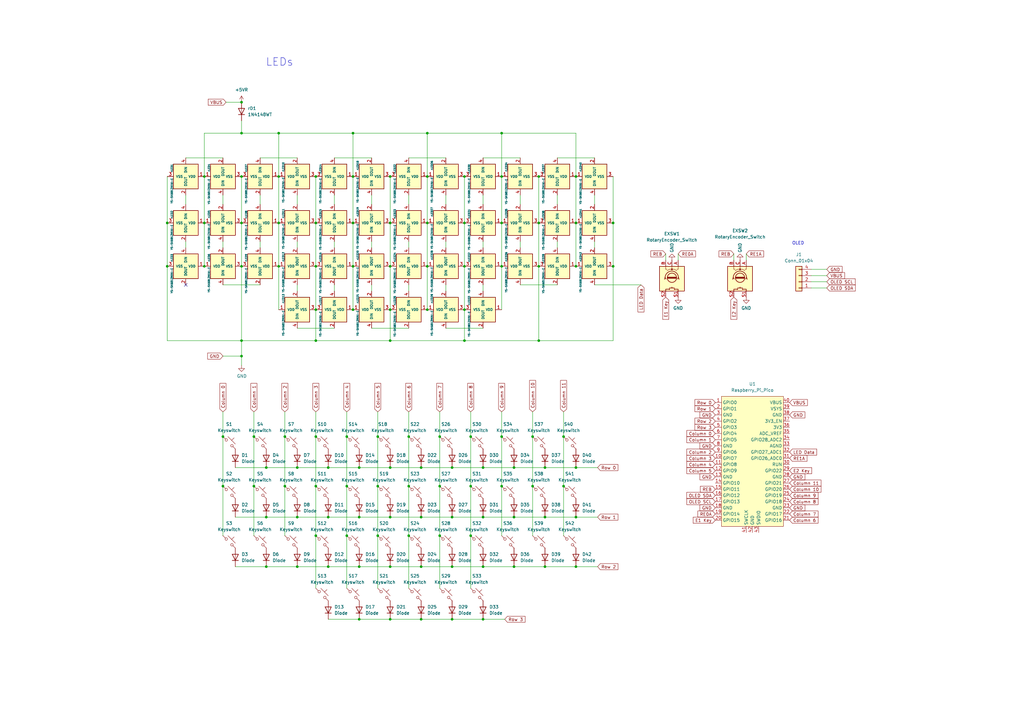
<source format=kicad_sch>
(kicad_sch (version 20231120) (generator "eeschema") (generator_version "8.0")
  (paper "A3")
  (title_block (title "TKNBRD by TKN") (company "TKN INCORPORATED") (comment 1 "My first attempt to go into mech keebs hobby"))
  (junction (at 205.74 54.61))
  (junction (at 104.14 179.07))
  (junction (at 121.92 191.77))
  (junction (at 205.74 91.44))
  (junction (at 198.12 254))
  (junction (at 68.58 91.44))
  (junction (at 185.42 232.41))
  (junction (at 91.44 179.07))
  (junction (at 114.3 109.22))
  (junction (at 167.64 199.39))
  (junction (at 160.02 91.44))
  (junction (at 185.42 212.09))
  (junction (at 109.22 232.41))
  (junction (at 144.78 54.61))
  (junction (at 190.5 109.22))
  (junction (at 129.54 139.7))
  (junction (at 147.32 254))
  (junction (at 175.26 91.44))
  (junction (at 205.74 72.39))
  (junction (at 147.32 232.41))
  (junction (at 134.62 212.09))
  (junction (at 185.42 254))
  (junction (at 99.06 41.91))
  (junction (at 223.52 212.09))
  (junction (at 193.04 219.71))
  (junction (at 231.14 199.39))
  (junction (at 147.32 212.09))
  (junction (at 154.94 179.07))
  (junction (at 99.06 139.7))
  (junction (at 154.94 219.71))
  (junction (at 175.26 127))
  (junction (at 99.06 54.61))
  (junction (at 180.34 219.71))
  (junction (at 109.22 191.77))
  (junction (at 160.02 72.39))
  (junction (at 175.26 109.22))
  (junction (at 83.82 72.39))
  (junction (at 134.62 191.77))
  (junction (at 116.84 199.39))
  (junction (at 205.74 199.39))
  (junction (at 160.02 139.7))
  (junction (at 210.82 191.77))
  (junction (at 172.72 254))
  (junction (at 144.78 72.39))
  (junction (at 220.98 91.44))
  (junction (at 160.02 232.41))
  (junction (at 129.54 127))
  (junction (at 104.14 199.39))
  (junction (at 116.84 179.07))
  (junction (at 121.92 212.09))
  (junction (at 160.02 109.22))
  (junction (at 167.64 219.71))
  (junction (at 180.34 199.39))
  (junction (at 129.54 219.71))
  (junction (at 236.22 191.77))
  (junction (at 114.3 54.61))
  (junction (at 154.94 199.39))
  (junction (at 144.78 127))
  (junction (at 160.02 254))
  (junction (at 210.82 232.41))
  (junction (at 99.06 91.44))
  (junction (at 114.3 91.44))
  (junction (at 223.52 232.41))
  (junction (at 236.22 212.09))
  (junction (at 198.12 191.77))
  (junction (at 236.22 109.22))
  (junction (at 160.02 127))
  (junction (at 236.22 72.39))
  (junction (at 109.22 212.09))
  (junction (at 144.78 109.22))
  (junction (at 83.82 91.44))
  (junction (at 210.82 212.09))
  (junction (at 142.24 199.39))
  (junction (at 129.54 72.39))
  (junction (at 147.32 191.77))
  (junction (at 114.3 72.39))
  (junction (at 142.24 179.07))
  (junction (at 231.14 179.07))
  (junction (at 185.42 191.77))
  (junction (at 129.54 91.44))
  (junction (at 175.26 54.61))
  (junction (at 129.54 199.39))
  (junction (at 251.46 109.22))
  (junction (at 121.92 232.41))
  (junction (at 175.26 72.39))
  (junction (at 220.98 72.39))
  (junction (at 220.98 109.22))
  (junction (at 172.72 232.41))
  (junction (at 205.74 109.22))
  (junction (at 129.54 109.22))
  (junction (at 193.04 199.39))
  (junction (at 190.5 91.44))
  (junction (at 251.46 91.44))
  (junction (at 160.02 191.77))
  (junction (at 205.74 179.07))
  (junction (at 236.22 232.41))
  (junction (at 83.82 109.22))
  (junction (at 167.64 179.07))
  (junction (at 180.34 179.07))
  (junction (at 198.12 212.09))
  (junction (at 190.5 72.39))
  (junction (at 91.44 199.39))
  (junction (at 218.44 199.39))
  (junction (at 134.62 232.41))
  (junction (at 190.5 139.7))
  (junction (at 172.72 191.77))
  (junction (at 160.02 212.09))
  (junction (at 99.06 109.22))
  (junction (at 172.72 212.09))
  (junction (at 129.54 179.07))
  (junction (at 144.78 91.44))
  (junction (at 68.58 109.22))
  (junction (at 218.44 179.07))
  (junction (at 223.52 191.77))
  (junction (at 99.06 72.39))
  (junction (at 193.04 179.07))
  (junction (at 198.12 232.41))
  (junction (at 190.5 127))
  (junction (at 220.98 139.7))
  (junction (at 142.24 219.71))
  (junction (at 99.06 146.05))
  (junction (at 236.22 91.44))
  (no_connect (at 76.2 116.84))
  (wire (pts (xy 96.52 232.41) (xy 109.22 232.41)))
  (wire (pts (xy 207.01 254) (xy 198.12 254)))
  (wire (pts (xy 106.68 83.82) (xy 106.68 80.01)))
  (wire (pts (xy 245.11 232.41) (xy 236.22 232.41)))
  (wire (pts (xy 185.42 212.09) (xy 198.12 212.09)))
  (wire (pts (xy 83.82 72.39) (xy 83.82 91.44)))
  (wire (pts (xy 205.74 91.44) (xy 205.74 109.22)))
  (wire (pts (xy 175.26 72.39) (xy 175.26 91.44)))
  (wire (pts (xy 114.3 91.44) (xy 114.3 109.22)))
  (wire (pts (xy 236.22 72.39) (xy 236.22 54.61)))
  (wire (pts (xy 91.44 199.39) (xy 91.44 219.71)))
  (wire (pts (xy 121.92 212.09) (xy 134.62 212.09)))
  (wire (pts (xy 198.12 134.62) (xy 182.88 134.62)))
  (wire (pts (xy 147.32 232.41) (xy 160.02 232.41)))
  (wire (pts (xy 142.24 179.07) (xy 142.24 199.39)))
  (wire (pts (xy 137.16 80.01) (xy 137.16 83.82)))
  (wire (pts (xy 175.26 91.44) (xy 175.26 109.22)))
  (wire (pts (xy 91.44 168.91) (xy 91.44 179.07)))
  (wire (pts (xy 129.54 168.91) (xy 129.54 179.07)))
  (wire (pts (xy 218.44 179.07) (xy 218.44 199.39)))
  (wire (pts (xy 99.06 91.44) (xy 99.06 109.22)))
  (wire (pts (xy 121.92 83.82) (xy 121.92 80.01)))
  (wire (pts (xy 167.64 179.07) (xy 167.64 199.39)))
  (wire (pts (xy 185.42 254) (xy 198.12 254)))
  (wire (pts (xy 109.22 232.41) (xy 121.92 232.41)))
  (wire (pts (xy 121.92 232.41) (xy 134.62 232.41)))
  (wire (pts (xy 185.42 232.41) (xy 198.12 232.41)))
  (wire (pts (xy 160.02 127) (xy 160.02 139.7)))
  (wire (pts (xy 251.46 72.39) (xy 251.46 91.44)))
  (wire (pts (xy 114.3 54.61) (xy 114.3 72.39)))
  (wire (pts (xy 167.64 199.39) (xy 167.64 219.71)))
  (wire (pts (xy 210.82 232.41) (xy 223.52 232.41)))
  (wire (pts (xy 198.12 212.09) (xy 210.82 212.09)))
  (wire (pts (xy 220.98 72.39) (xy 220.98 91.44)))
  (wire (pts (xy 182.88 99.06) (xy 182.88 101.6)))
  (wire (pts (xy 223.52 212.09) (xy 236.22 212.09)))
  (wire (pts (xy 114.3 72.39) (xy 114.3 91.44)))
  (wire (pts (xy 180.34 168.91) (xy 180.34 179.07)))
  (wire (pts (xy 134.62 212.09) (xy 147.32 212.09)))
  (wire (pts (xy 152.4 80.01) (xy 152.4 83.82)))
  (wire (pts (xy 99.06 72.39) (xy 99.06 91.44)))
  (wire (pts (xy 190.5 139.7) (xy 190.5 127)))
  (wire (pts (xy 251.46 109.22) (xy 251.46 139.7)))
  (wire (pts (xy 160.02 72.39) (xy 160.02 91.44)))
  (wire (pts (xy 228.6 99.06) (xy 228.6 101.6)))
  (wire (pts (xy 236.22 54.61) (xy 205.74 54.61)))
  (wire (pts (xy 104.14 168.91) (xy 104.14 179.07)))
  (wire (pts (xy 91.44 83.82) (xy 91.44 80.01)))
  (wire (pts (xy 231.14 168.91) (xy 231.14 179.07)))
  (wire (pts (xy 96.52 212.09) (xy 109.22 212.09)))
  (wire (pts (xy 220.98 109.22) (xy 220.98 139.7)))
  (wire (pts (xy 104.14 199.39) (xy 104.14 219.71)))
  (wire (pts (xy 154.94 219.71) (xy 154.94 241.3)))
  (wire (pts (xy 190.5 109.22) (xy 190.5 91.44)))
  (wire (pts (xy 175.26 54.61) (xy 175.26 72.39)))
  (wire (pts (xy 339.09 118.11) (xy 332.74 118.11)))
  (wire (pts (xy 198.12 99.06) (xy 198.12 101.6)))
  (wire (pts (xy 99.06 149.86) (xy 99.06 146.05)))
  (wire (pts (xy 262.89 116.84) (xy 243.84 116.84)))
  (wire (pts (xy 116.84 199.39) (xy 116.84 219.71)))
  (wire (pts (xy 121.92 191.77) (xy 134.62 191.77)))
  (wire (pts (xy 339.09 113.03) (xy 332.74 113.03)))
  (wire (pts (xy 114.3 54.61) (xy 144.78 54.61)))
  (wire (pts (xy 167.64 116.84) (xy 167.64 119.38)))
  (wire (pts (xy 129.54 109.22) (xy 129.54 127)))
  (wire (pts (xy 231.14 179.07) (xy 231.14 199.39)))
  (wire (pts (xy 129.54 72.39) (xy 129.54 91.44)))
  (wire (pts (xy 220.98 139.7) (xy 190.5 139.7)))
  (wire (pts (xy 223.52 232.41) (xy 236.22 232.41)))
  (wire (pts (xy 213.36 83.82) (xy 213.36 80.01)))
  (wire (pts (xy 160.02 191.77) (xy 172.72 191.77)))
  (wire (pts (xy 339.09 110.49) (xy 332.74 110.49)))
  (wire (pts (xy 190.5 127) (xy 190.5 109.22)))
  (wire (pts (xy 76.2 80.01) (xy 76.2 83.82)))
  (wire (pts (xy 167.64 219.71) (xy 167.64 241.3)))
  (wire (pts (xy 172.72 191.77) (xy 185.42 191.77)))
  (wire (pts (xy 193.04 168.91) (xy 193.04 179.07)))
  (wire (pts (xy 180.34 199.39) (xy 180.34 219.71)))
  (wire (pts (xy 193.04 219.71) (xy 193.04 241.3)))
  (wire (pts (xy 160.02 91.44) (xy 160.02 109.22)))
  (wire (pts (xy 154.94 179.07) (xy 154.94 199.39)))
  (wire (pts (xy 68.58 109.22) (xy 68.58 139.7)))
  (wire (pts (xy 231.14 199.39) (xy 231.14 219.71)))
  (wire (pts (xy 220.98 91.44) (xy 220.98 109.22)))
  (wire (pts (xy 160.02 139.7) (xy 190.5 139.7)))
  (wire (pts (xy 147.32 254) (xy 160.02 254)))
  (wire (pts (xy 99.06 54.61) (xy 114.3 54.61)))
  (wire (pts (xy 99.06 109.22) (xy 99.06 139.7)))
  (wire (pts (xy 114.3 109.22) (xy 114.3 127)))
  (wire (pts (xy 91.44 101.6) (xy 91.44 99.06)))
  (wire (pts (xy 205.74 72.39) (xy 205.74 91.44)))
  (wire (pts (xy 147.32 212.09) (xy 160.02 212.09)))
  (wire (pts (xy 91.44 179.07) (xy 91.44 199.39)))
  (wire (pts (xy 198.12 191.77) (xy 210.82 191.77)))
  (wire (pts (xy 109.22 212.09) (xy 121.92 212.09)))
  (wire (pts (xy 129.54 91.44) (xy 129.54 109.22)))
  (wire (pts (xy 92.71 41.91) (xy 99.06 41.91)))
  (wire (pts (xy 154.94 168.91) (xy 154.94 179.07)))
  (wire (pts (xy 144.78 54.61) (xy 175.26 54.61)))
  (wire (pts (xy 142.24 168.91) (xy 142.24 179.07)))
  (wire (pts (xy 251.46 91.44) (xy 251.46 109.22)))
  (wire (pts (xy 154.94 199.39) (xy 154.94 219.71)))
  (wire (pts (xy 129.54 219.71) (xy 129.54 241.3)))
  (wire (pts (xy 68.58 72.39) (xy 68.58 91.44)))
  (wire (pts (xy 213.36 116.84) (xy 228.6 116.84)))
  (wire (pts (xy 236.22 91.44) (xy 236.22 109.22)))
  (wire (pts (xy 137.16 134.62) (xy 121.92 134.62)))
  (wire (pts (xy 160.02 212.09) (xy 172.72 212.09)))
  (wire (pts (xy 99.06 54.61) (xy 83.82 54.61)))
  (wire (pts (xy 96.52 191.77) (xy 109.22 191.77)))
  (wire (pts (xy 167.64 99.06) (xy 167.64 101.6)))
  (wire (pts (xy 210.82 191.77) (xy 223.52 191.77)))
  (wire (pts (xy 167.64 168.91) (xy 167.64 179.07)))
  (wire (pts (xy 167.64 80.01) (xy 167.64 83.82)))
  (wire (pts (xy 278.13 104.14) (xy 278.13 106.68)))
  (wire (pts (xy 205.74 168.91) (xy 205.74 179.07)))
  (wire (pts (xy 134.62 191.77) (xy 147.32 191.77)))
  (wire (pts (xy 147.32 191.77) (xy 160.02 191.77)))
  (wire (pts (xy 205.74 109.22) (xy 205.74 127)))
  (wire (pts (xy 121.92 101.6) (xy 121.92 99.06)))
  (wire (pts (xy 180.34 219.71) (xy 180.34 241.3)))
  (wire (pts (xy 144.78 54.61) (xy 144.78 72.39)))
  (wire (pts (xy 223.52 191.77) (xy 236.22 191.77)))
  (wire (pts (xy 106.68 99.06) (xy 106.68 101.6)))
  (wire (pts (xy 182.88 116.84) (xy 182.88 119.38)))
  (wire (pts (xy 104.14 179.07) (xy 104.14 199.39)))
  (wire (pts (xy 228.6 64.77) (xy 243.84 64.77)))
  (wire (pts (xy 160.02 254) (xy 172.72 254)))
  (wire (pts (xy 185.42 191.77) (xy 198.12 191.77)))
  (wire (pts (xy 339.09 115.57) (xy 332.74 115.57)))
  (wire (pts (xy 243.84 83.82) (xy 243.84 80.01)))
  (wire (pts (xy 152.4 99.06) (xy 152.4 101.6)))
  (wire (pts (xy 68.58 91.44) (xy 68.58 109.22)))
  (wire (pts (xy 218.44 168.91) (xy 218.44 179.07)))
  (wire (pts (xy 129.54 179.07) (xy 129.54 199.39)))
  (wire (pts (xy 76.2 99.06) (xy 76.2 101.6)))
  (wire (pts (xy 228.6 83.82) (xy 228.6 80.01)))
  (wire (pts (xy 172.72 254) (xy 185.42 254)))
  (wire (pts (xy 99.06 146.05) (xy 99.06 139.7)))
  (wire (pts (xy 190.5 91.44) (xy 190.5 72.39)))
  (wire (pts (xy 218.44 199.39) (xy 218.44 219.71)))
  (wire (pts (xy 91.44 64.77) (xy 76.2 64.77)))
  (wire (pts (xy 160.02 109.22) (xy 160.02 127)))
  (wire (pts (xy 205.74 179.07) (xy 205.74 199.39)))
  (wire (pts (xy 175.26 109.22) (xy 175.26 127)))
  (wire (pts (xy 243.84 101.6) (xy 243.84 99.06)))
  (wire (pts (xy 167.64 64.77) (xy 182.88 64.77)))
  (wire (pts (xy 68.58 139.7) (xy 99.06 139.7)))
  (wire (pts (xy 172.72 212.09) (xy 185.42 212.09)))
  (wire (pts (xy 198.12 64.77) (xy 213.36 64.77)))
  (wire (pts (xy 121.92 116.84) (xy 121.92 119.38)))
  (wire (pts (xy 83.82 91.44) (xy 83.82 109.22)))
  (wire (pts (xy 116.84 168.91) (xy 116.84 179.07)))
  (wire (pts (xy 245.11 191.77) (xy 236.22 191.77)))
  (wire (pts (xy 205.74 54.61) (xy 175.26 54.61)))
  (wire (pts (xy 198.12 80.01) (xy 198.12 83.82)))
  (wire (pts (xy 144.78 72.39) (xy 144.78 91.44)))
  (wire (pts (xy 180.34 179.07) (xy 180.34 199.39)))
  (wire (pts (xy 109.22 191.77) (xy 121.92 191.77)))
  (wire (pts (xy 137.16 116.84) (xy 137.16 119.38)))
  (wire (pts (xy 116.84 179.07) (xy 116.84 199.39)))
  (wire (pts (xy 236.22 72.39) (xy 236.22 91.44)))
  (wire (pts (xy 205.74 72.39) (xy 205.74 54.61)))
  (wire (pts (xy 273.05 104.14) (xy 273.05 106.68)))
  (wire (pts (xy 251.46 139.7) (xy 220.98 139.7)))
  (wire (pts (xy 300.99 104.14) (xy 300.99 106.68)))
  (wire (pts (xy 160.02 232.41) (xy 172.72 232.41)))
  (wire (pts (xy 83.82 54.61) (xy 83.82 72.39)))
  (wire (pts (xy 142.24 199.39) (xy 142.24 219.71)))
  (wire (pts (xy 129.54 139.7) (xy 160.02 139.7)))
  (wire (pts (xy 198.12 116.84) (xy 198.12 119.38)))
  (wire (pts (xy 306.07 104.14) (xy 306.07 106.68)))
  (wire (pts (xy 198.12 232.41) (xy 210.82 232.41)))
  (wire (pts (xy 182.88 80.01) (xy 182.88 83.82)))
  (wire (pts (xy 134.62 254) (xy 147.32 254)))
  (wire (pts (xy 236.22 212.09) (xy 245.11 212.09)))
  (wire (pts (xy 172.72 232.41) (xy 185.42 232.41)))
  (wire (pts (xy 134.62 232.41) (xy 147.32 232.41)))
  (wire (pts (xy 213.36 101.6) (xy 213.36 99.06)))
  (wire (pts (xy 99.06 139.7) (xy 129.54 139.7)))
  (wire (pts (xy 129.54 127) (xy 129.54 139.7)))
  (wire (pts (xy 137.16 99.06) (xy 137.16 101.6)))
  (wire (pts (xy 167.64 134.62) (xy 152.4 134.62)))
  (wire (pts (xy 144.78 91.44) (xy 144.78 109.22)))
  (wire (pts (xy 210.82 212.09) (xy 223.52 212.09)))
  (wire (pts (xy 129.54 199.39) (xy 129.54 219.71)))
  (wire (pts (xy 144.78 109.22) (xy 144.78 127)))
  (wire (pts (xy 121.92 64.77) (xy 106.68 64.77)))
  (wire (pts (xy 193.04 179.07) (xy 193.04 199.39)))
  (wire (pts (xy 152.4 116.84) (xy 152.4 119.38)))
  (wire (pts (xy 193.04 199.39) (xy 193.04 219.71)))
  (wire (pts (xy 205.74 199.39) (xy 205.74 219.71)))
  (wire (pts (xy 142.24 219.71) (xy 142.24 241.3)))
  (wire (pts (xy 91.44 116.84) (xy 106.68 116.84)))
  (wire (pts (xy 91.44 146.05) (xy 99.06 146.05)))
  (wire (pts (xy 99.06 49.53) (xy 99.06 54.61)))
  (wire (pts (xy 137.16 64.77) (xy 152.4 64.77)))
  (text "OLED" (at 324.866 100.584 0) (effects (font (size 1.27 1.27)) (justify left bottom)))
  (text "LEDs" (at 108.966 27.432 0) (effects (font (size 3.175 3.175)) (justify left bottom)))
  (global_label "GND" (shape input) (at 293.37 182.88 180) (property "Intersheetrefs" "${INTERSHEET_REFS}" (effects (hide yes))))
  (global_label "RE0A" (shape input) (at 278.13 104.14 0) (property "Intersheetrefs" "${INTERSHEET_REFS}" (effects (hide yes))))
  (global_label "Column 5" (shape input) (at 154.94 168.91 90) (property "Intersheetrefs" "${INTERSHEET_REFS}" (effects (hide yes))))
  (global_label "Column 4" (shape input) (at 293.37 190.5 180) (property "Intersheetrefs" "${INTERSHEET_REFS}" (effects (hide yes))))
  (global_label "Row 3" (shape input) (at 207.01 254 0) (property "Intersheetrefs" "${INTERSHEET_REFS}" (effects (hide yes))))
  (global_label "Column 5" (shape input) (at 293.37 193.04 180) (property "Intersheetrefs" "${INTERSHEET_REFS}" (effects (hide yes))))
  (global_label "GND" (shape input) (at 323.85 170.18 0) (property "Intersheetrefs" "${INTERSHEET_REFS}" (effects (hide yes))))
  (global_label "REB" (shape input) (at 293.37 200.66 180) (property "Intersheetrefs" "${INTERSHEET_REFS}" (effects (hide yes))))
  (global_label "LED Data" (shape input) (at 262.89 116.84 270) (property "Intersheetrefs" "${INTERSHEET_REFS}" (effects (hide yes))))
  (global_label "OLED SDA" (shape input) (at 293.37 203.2 180) (property "Intersheetrefs" "${INTERSHEET_REFS}" (effects (hide yes))))
  (global_label "VBUS" (shape input) (at 339.09 113.03 0) (property "Intersheetrefs" "${INTERSHEET_REFS}" (effects (hide yes))))
  (global_label "Row 2" (shape input) (at 245.11 232.41 0) (property "Intersheetrefs" "${INTERSHEET_REFS}" (effects (hide yes))))
  (global_label "Column 8" (shape input) (at 323.85 205.74 0) (property "Intersheetrefs" "${INTERSHEET_REFS}" (effects (hide yes))))
  (global_label "GND" (shape input) (at 323.85 208.28 0) (property "Intersheetrefs" "${INTERSHEET_REFS}" (effects (hide yes))))
  (global_label "REB" (shape input) (at 273.05 104.14 180) (property "Intersheetrefs" "${INTERSHEET_REFS}" (effects (hide yes))))
  (global_label "Column 7" (shape input) (at 180.34 168.91 90) (property "Intersheetrefs" "${INTERSHEET_REFS}" (effects (hide yes))))
  (global_label "Column 0" (shape input) (at 293.37 177.8 180) (property "Intersheetrefs" "${INTERSHEET_REFS}" (effects (hide yes))))
  (global_label "Row 0" (shape input) (at 293.37 165.1 180) (property "Intersheetrefs" "${INTERSHEET_REFS}" (effects (hide yes))))
  (global_label "OLED SCL" (shape input) (at 339.09 115.57 0) (property "Intersheetrefs" "${INTERSHEET_REFS}" (effects (hide yes))))
  (global_label "GND" (shape input) (at 293.37 195.58 180) (property "Intersheetrefs" "${INTERSHEET_REFS}" (effects (hide yes))))
  (global_label "Column 9" (shape input) (at 323.85 203.2 0) (property "Intersheetrefs" "${INTERSHEET_REFS}" (effects (hide yes))))
  (global_label "RE1A" (shape input) (at 323.85 187.96 0) (property "Intersheetrefs" "${INTERSHEET_REFS}" (effects (hide yes))))
  (global_label "Column 11" (shape input) (at 323.85 198.12 0) (property "Intersheetrefs" "${INTERSHEET_REFS}" (effects (hide yes))))
  (global_label "Column 10" (shape input) (at 323.85 200.66 0) (property "Intersheetrefs" "${INTERSHEET_REFS}" (effects (hide yes))))
  (global_label "VBUS" (shape input) (at 323.85 165.1 0) (property "Intersheetrefs" "${INTERSHEET_REFS}" (effects (hide yes))))
  (global_label "RE0A" (shape input) (at 293.37 210.82 180) (property "Intersheetrefs" "${INTERSHEET_REFS}" (effects (hide yes))))
  (global_label "GND" (shape input) (at 293.37 170.18 180) (property "Intersheetrefs" "${INTERSHEET_REFS}" (effects (hide yes))))
  (global_label "E1 Key" (shape input) (at 293.37 213.36 180) (property "Intersheetrefs" "${INTERSHEET_REFS}" (effects (hide yes))))
  (global_label "Row 2" (shape input) (at 293.37 172.72 180) (property "Intersheetrefs" "${INTERSHEET_REFS}" (effects (hide yes))))
  (global_label "Row 0" (shape input) (at 245.11 191.77 0) (property "Intersheetrefs" "${INTERSHEET_REFS}" (effects (hide yes))))
  (global_label "Row 1" (shape input) (at 245.11 212.09 0) (property "Intersheetrefs" "${INTERSHEET_REFS}" (effects (hide yes))))
  (global_label "LED Data" (shape input) (at 323.85 185.42 0) (property "Intersheetrefs" "${INTERSHEET_REFS}" (effects (hide yes))))
  (global_label "Column 6" (shape input) (at 167.64 168.91 90) (property "Intersheetrefs" "${INTERSHEET_REFS}" (effects (hide yes))))
  (global_label "Column 6" (shape input) (at 323.85 213.36 0) (property "Intersheetrefs" "${INTERSHEET_REFS}" (effects (hide yes))))
  (global_label "GND" (shape input) (at 91.44 146.05 180) (property "Intersheetrefs" "${INTERSHEET_REFS}" (effects (hide yes))))
  (global_label "Column 3" (shape input) (at 293.37 187.96 180) (property "Intersheetrefs" "${INTERSHEET_REFS}" (effects (hide yes))))
  (global_label "Row 3" (shape input) (at 293.37 175.26 180) (property "Intersheetrefs" "${INTERSHEET_REFS}" (effects (hide yes))))
  (global_label "OLED SDA" (shape input) (at 339.09 118.11 0) (property "Intersheetrefs" "${INTERSHEET_REFS}" (effects (hide yes))))
  (global_label "Column 4" (shape input) (at 142.24 168.91 90) (property "Intersheetrefs" "${INTERSHEET_REFS}" (effects (hide yes))))
  (global_label "E1 Key" (shape input) (at 273.05 121.92 270) (property "Intersheetrefs" "${INTERSHEET_REFS}" (effects (hide yes))))
  (global_label "RE1A" (shape input) (at 306.07 104.14 0) (property "Intersheetrefs" "${INTERSHEET_REFS}" (effects (hide yes))))
  (global_label "REB" (shape input) (at 300.99 104.14 180) (property "Intersheetrefs" "${INTERSHEET_REFS}" (effects (hide yes))))
  (global_label "Column 8" (shape input) (at 193.04 168.91 90) (property "Intersheetrefs" "${INTERSHEET_REFS}" (effects (hide yes))))
  (global_label "GND" (shape input) (at 323.85 195.58 0) (property "Intersheetrefs" "${INTERSHEET_REFS}" (effects (hide yes))))
  (global_label "Column 1" (shape input) (at 104.14 168.91 90) (property "Intersheetrefs" "${INTERSHEET_REFS}" (effects (hide yes))))
  (global_label "Column 9" (shape input) (at 205.74 168.91 90) (property "Intersheetrefs" "${INTERSHEET_REFS}" (effects (hide yes))))
  (global_label "Column 0" (shape input) (at 91.44 168.91 90) (property "Intersheetrefs" "${INTERSHEET_REFS}" (effects (hide yes))))
  (global_label "VBUS" (shape input) (at 92.71 41.91 180) (property "Intersheetrefs" "${INTERSHEET_REFS}" (effects (hide yes))))
  (global_label "Column 3" (shape input) (at 129.54 168.91 90) (property "Intersheetrefs" "${INTERSHEET_REFS}" (effects (hide yes))))
  (global_label "Column 1" (shape input) (at 293.37 180.34 180) (property "Intersheetrefs" "${INTERSHEET_REFS}" (effects (hide yes))))
  (global_label "Column 2" (shape input) (at 293.37 185.42 180) (property "Intersheetrefs" "${INTERSHEET_REFS}" (effects (hide yes))))
  (global_label "OLED SCL" (shape input) (at 293.37 205.74 180) (property "Intersheetrefs" "${INTERSHEET_REFS}" (effects (hide yes))))
  (global_label "Column 7" (shape input) (at 323.85 210.82 0) (property "Intersheetrefs" "${INTERSHEET_REFS}" (effects (hide yes))))
  (global_label "E2 Key" (shape input) (at 300.99 121.92 270) (property "Intersheetrefs" "${INTERSHEET_REFS}" (effects (hide yes))))
  (global_label "Column 10" (shape input) (at 218.44 168.91 90) (property "Intersheetrefs" "${INTERSHEET_REFS}" (effects (hide yes))))
  (global_label "Column 2" (shape input) (at 116.84 168.91 90) (property "Intersheetrefs" "${INTERSHEET_REFS}" (effects (hide yes))))
  (global_label "GND" (shape input) (at 339.09 110.49 0) (property "Intersheetrefs" "${INTERSHEET_REFS}" (effects (hide yes))))
  (global_label "Column 11" (shape input) (at 231.14 168.91 90) (property "Intersheetrefs" "${INTERSHEET_REFS}" (effects (hide yes))))
  (global_label "Row 1" (shape input) (at 293.37 167.64 180) (property "Intersheetrefs" "${INTERSHEET_REFS}" (effects (hide yes))))
  (global_label "E2 Key" (shape input) (at 323.85 193.04 0) (property "Intersheetrefs" "${INTERSHEET_REFS}" (effects (hide yes))))
  (global_label "GND" (shape input) (at 293.37 208.28 180) (property "Intersheetrefs" "${INTERSHEET_REFS}" (effects (hide yes))))
  (symbol (lib_id "ScottoKeebs:Placeholder_Keyswitch") (at 132.08 181.61 0) (unit 1)
    (property "Reference" "S10" (at 132.08 173.99 0))
    (property "Value" "Keyswitch" (at 132.08 176.53 0))
    (property "Footprint" "ScottoKeebs_MX:MX_PCB_1.00u" (effects (hide yes)))
    (property "Description" "Push button switch, normally open, two pins, 45° tilted" (effects (hide yes)))
  )
  (symbol (lib_id "ScottoKeebs:Placeholder_Keyswitch") (at 208.28 181.61 0) (unit 1)
    (property "Reference" "S34" (at 208.28 173.99 0))
    (property "Value" "Keyswitch" (at 208.28 176.53 0))
    (property "Footprint" "ScottoKeebs_MX:MX_PCB_1.00u" (effects (hide yes)))
    (property "Description" "Push button switch, normally open, two pins, 45° tilted" (effects (hide yes)))
  )
  (symbol (lib_id "kbd_local:YS-SK6812MINI-E") (at 137.16 127 270) (unit 1)
    (property "Reference" "rLED17" (at 131.445 121.285 0) (effects (font (size 0.7366 0.7366)) (justify left)))
    (property "Value" "YS-SK6812MINI-E" (at 131.445 127.635 0) (effects (font (size 0.7366 0.7366)) (justify left)))
    (property "Footprint" "cutsky:YS-SK6812MINI-E-withCUTOUT" (effects (hide yes)))
  )
  (symbol (lib_id "power:GND") (at 303.53 106.68 180) (unit 1)
    (property "Reference" "#PWR05" (effects (hide yes)))
    (property "Value" "GND" (at 303.53 101.6 90))
  )
  (symbol (lib_id "ScottoKeebs:Placeholder_Diode") (at 121.92 187.96 90) (unit 1)
    (property "Reference" "D7" (at 124.46 186.6899 90) (effects (justify right)))
    (property "Value" "Diode" (at 124.46 189.2299 90) (effects (justify right)))
    (property "Footprint" "ScottoKeebs_Components:Diode_SOD-123" (effects (hide yes)))
    (property "Description" "1N4148 (DO-35) or 1N4148W (SOD-123)" (effects (hide yes)))
    (property "Sim.Device" "D" (effects (hide yes)))
    (property "Sim.Pins" "1=K 2=A" (effects (hide yes)))
  )
  (symbol (lib_id "ScottoKeebs:Placeholder_Diode") (at 185.42 208.28 90) (unit 1)
    (property "Reference" "D27" (at 187.96 207.0099 90) (effects (justify right)))
    (property "Value" "Diode" (at 187.96 209.5499 90) (effects (justify right)))
    (property "Footprint" "ScottoKeebs_Components:Diode_SOD-123" (effects (hide yes)))
    (property "Description" "1N4148 (DO-35) or 1N4148W (SOD-123)" (effects (hide yes)))
    (property "Sim.Device" "D" (effects (hide yes)))
    (property "Sim.Pins" "1=K 2=A" (effects (hide yes)))
  )
  (symbol (lib_id "ScottoKeebs:Placeholder_Keyswitch") (at 233.68 201.93 0) (unit 1)
    (property "Reference" "S41" (at 233.68 194.31 0))
    (property "Value" "Keyswitch" (at 233.68 196.85 0))
    (property "Footprint" "ScottoKeebs_MX:MX_PCB_1.00u" (effects (hide yes)))
    (property "Description" "Push button switch, normally open, two pins, 45° tilted" (effects (hide yes)))
  )
  (symbol (lib_id "ScottoKeebs:Placeholder_Diode") (at 96.52 228.6 90) (unit 1)
    (property "Reference" "D3" (at 99.06 227.3299 90) (effects (justify right)))
    (property "Value" "Diode" (at 99.06 229.8699 90) (effects (justify right)))
    (property "Footprint" "ScottoKeebs_Components:Diode_SOD-123" (effects (hide yes)))
    (property "Description" "1N4148 (DO-35) or 1N4148W (SOD-123)" (effects (hide yes)))
    (property "Sim.Device" "D" (effects (hide yes)))
    (property "Sim.Pins" "1=K 2=A" (effects (hide yes)))
  )
  (symbol (lib_id "ScottoKeebs:Placeholder_Keyswitch") (at 170.18 201.93 0) (unit 1)
    (property "Reference" "S23" (at 170.18 194.31 0))
    (property "Value" "Keyswitch" (at 170.18 196.85 0))
    (property "Footprint" "ScottoKeebs_MX:MX_PCB_1.00u" (effects (hide yes)))
    (property "Description" "Push button switch, normally open, two pins, 45° tilted" (effects (hide yes)))
  )
  (symbol (lib_id "kbd_local:YS-SK6812MINI-E") (at 228.6 91.44 270) (unit 1)
    (property "Reference" "rLED38" (at 222.885 86.36 0) (effects (font (size 0.7366 0.7366)) (justify left)))
    (property "Value" "YS-SK6812MINI-E" (at 222.885 92.075 0) (effects (font (size 0.7366 0.7366)) (justify left)))
    (property "Footprint" "cutsky:YS-SK6812MINI-E-withCUTOUT" (effects (hide yes)))
  )
  (symbol (lib_id "kbd_local:YS-SK6812MINI-E") (at 152.4 91.44 90) (unit 1)
    (property "Reference" "rLED19" (at 146.685 88.9 0) (effects (font (size 0.7366 0.7366)) (justify left)))
    (property "Value" "YS-SK6812MINI-E" (at 146.685 102.235 0) (effects (font (size 0.7366 0.7366)) (justify left)))
    (property "Footprint" "cutsky:YS-SK6812MINI-E-withCUTOUT" (effects (hide yes)))
  )
  (symbol (lib_id "ScottoKeebs:MCU_Raspberry_Pi_Pico") (at 308.61 189.23 0) (unit 1)
    (property "Reference" "U1" (at 308.61 157.48 0))
    (property "Value" "Raspberry_Pi_Pico" (at 308.61 160.02 0))
    (property "Footprint" "ScottoKeebs_MCU:Raspberry_Pi_Pico" (effects (hide yes)))
  )
  (symbol (lib_id "kbd_local:YS-SK6812MINI-E") (at 213.36 91.44 90) (unit 1)
    (property "Reference" "rLED35" (at 207.645 89.535 0) (effects (font (size 0.7366 0.7366)) (justify left)))
    (property "Value" "YS-SK6812MINI-E" (at 207.645 102.235 0) (effects (font (size 0.7366 0.7366)) (justify left)))
    (property "Footprint" "cutsky:YS-SK6812MINI-E-withCUTOUT" (effects (hide yes)))
  )
  (symbol (lib_id "ScottoKeebs:Placeholder_Keyswitch") (at 157.48 222.25 0) (unit 1)
    (property "Reference" "S20" (at 157.48 214.63 0))
    (property "Value" "Keyswitch" (at 157.48 217.17 0))
    (property "Footprint" "ScottoKeebs_MX:MX_PCB_1.00u" (effects (hide yes)))
    (property "Description" "Push button switch, normally open, two pins, 45° tilted" (effects (hide yes)))
  )
  (symbol (lib_id "ScottoKeebs:Placeholder_Keyswitch") (at 157.48 181.61 0) (unit 1)
    (property "Reference" "S18" (at 156.972 173.99 0))
    (property "Value" "Keyswitch" (at 156.972 176.53 0))
    (property "Footprint" "ScottoKeebs_MX:MX_PCB_1.00u" (effects (hide yes)))
    (property "Description" "Push button switch, normally open, two pins, 45° tilted" (effects (hide yes)))
  )
  (symbol (lib_id "ScottoKeebs:Placeholder_Diode") (at 147.32 228.6 90) (unit 1)
    (property "Reference" "D16" (at 149.86 227.3299 90) (effects (justify right)))
    (property "Value" "Diode" (at 149.86 229.8699 90) (effects (justify right)))
    (property "Footprint" "ScottoKeebs_Components:Diode_SOD-123" (effects (hide yes)))
    (property "Description" "1N4148 (DO-35) or 1N4148W (SOD-123)" (effects (hide yes)))
    (property "Sim.Device" "D" (effects (hide yes)))
    (property "Sim.Pins" "1=K 2=A" (effects (hide yes)))
  )
  (symbol (lib_id "power:GND") (at 306.07 121.92 0) (unit 1)
    (property "Reference" "#PWR06" (effects (hide yes)))
    (property "Value" "GND" (at 306.07 126.365 0))
  )
  (symbol (lib_id "ScottoKeebs:Placeholder_Diode") (at 198.12 250.19 90) (unit 1)
    (property "Reference" "D33" (at 200.66 248.9199 90) (effects (justify right)))
    (property "Value" "Diode" (at 200.66 251.4599 90) (effects (justify right)))
    (property "Footprint" "ScottoKeebs_Components:Diode_SOD-123" (effects (hide yes)))
    (property "Description" "1N4148 (DO-35) or 1N4148W (SOD-123)" (effects (hide yes)))
    (property "Sim.Device" "D" (effects (hide yes)))
    (property "Sim.Pins" "1=K 2=A" (effects (hide yes)))
  )
  (symbol (lib_id "Device:RotaryEncoder_Switch") (at 303.53 114.3 270) (unit 1)
    (property "Reference" "EXSW2" (at 303.53 94.615 90))
    (property "Value" "RotaryEncoder_Switch" (at 303.53 97.155 90))
    (property "Footprint" "Rotary_Encoder:RotaryEncoder_Alps_EC11E-Switch_Vertical_H20mm_CircularMountingHoles" (effects (hide yes)))
  )
  (symbol (lib_id "ScottoKeebs:Placeholder_Keyswitch") (at 106.68 222.25 0) (unit 1)
    (property "Reference" "S6" (at 106.68 214.63 0))
    (property "Value" "Keyswitch" (at 106.68 217.17 0))
    (property "Footprint" "ScottoKeebs_MX:MX_PCB_1.00u" (effects (hide yes)))
    (property "Description" "Push button switch, normally open, two pins, 45° tilted" (effects (hide yes)))
  )
  (symbol (lib_id "kbd_local:YS-SK6812MINI-E") (at 91.44 91.44 90) (unit 1)
    (property "Reference" "rLED5" (at 85.725 89.535 0) (effects (font (size 0.7366 0.7366)) (justify left)))
    (property "Value" "YS-SK6812MINI-E" (at 85.725 102.235 0) (effects (font (size 0.7366 0.7366)) (justify left)))
    (property "Footprint" "cutsky:YS-SK6812MINI-E-withCUTOUT" (effects (hide yes)))
  )
  (symbol (lib_id "kbd_local:YS-SK6812MINI-E") (at 121.92 109.22 90) (unit 1)
    (property "Reference" "rLED12" (at 116.205 107.315 0) (effects (font (size 0.7366 0.7366)) (justify left)))
    (property "Value" "YS-SK6812MINI-E" (at 116.205 120.015 0) (effects (font (size 0.7366 0.7366)) (justify left)))
    (property "Footprint" "cutsky:YS-SK6812MINI-E-withCUTOUT" (effects (hide yes)))
  )
  (symbol (lib_id "kbd_local:YS-SK6812MINI-E") (at 76.2 109.22 270) (unit 1)
    (property "Reference" "rLED3" (at 70.485 104.14 0) (effects (font (size 0.7366 0.7366)) (justify left)))
    (property "Value" "YS-SK6812MINI-E" (at 70.485 109.855 0) (effects (font (size 0.7366 0.7366)) (justify left)))
    (property "Footprint" "cutsky:YS-SK6812MINI-E-withCUTOUT" (effects (hide yes)))
  )
  (symbol (lib_id "kbd_local:YS-SK6812MINI-E") (at 228.6 72.39 270) (unit 1)
    (property "Reference" "rLED37" (at 222.885 67.31 0) (effects (font (size 0.7366 0.7366)) (justify left)))
    (property "Value" "YS-SK6812MINI-E" (at 222.885 73.025 0) (effects (font (size 0.7366 0.7366)) (justify left)))
    (property "Footprint" "cutsky:YS-SK6812MINI-E-withCUTOUT" (effects (hide yes)))
  )
  (symbol (lib_id "ScottoKeebs:Placeholder_Keyswitch") (at 195.58 222.25 0) (unit 1)
    (property "Reference" "S32" (at 195.58 214.63 0))
    (property "Value" "Keyswitch" (at 195.58 217.17 0))
    (property "Footprint" "ScottoKeebs_MX:MX_PCB_1.00u" (effects (hide yes)))
    (property "Description" "Push button switch, normally open, two pins, 45° tilted" (effects (hide yes)))
  )
  (symbol (lib_id "ScottoKeebs:Placeholder_Diode") (at 160.02 228.6 90) (unit 1)
    (property "Reference" "D20" (at 162.56 227.3299 90) (effects (justify right)))
    (property "Value" "Diode" (at 162.56 229.8699 90) (effects (justify right)))
    (property "Footprint" "ScottoKeebs_Components:Diode_SOD-123" (effects (hide yes)))
    (property "Description" "1N4148 (DO-35) or 1N4148W (SOD-123)" (effects (hide yes)))
    (property "Sim.Device" "D" (effects (hide yes)))
    (property "Sim.Pins" "1=K 2=A" (effects (hide yes)))
  )
  (symbol (lib_id "kbd_local:YS-SK6812MINI-E") (at 243.84 72.39 90) (unit 1)
    (property "Reference" "rLED40" (at 238.125 70.485 0) (effects (font (size 0.7366 0.7366)) (justify left)))
    (property "Value" "YS-SK6812MINI-E" (at 238.125 83.82 0) (effects (font (size 0.7366 0.7366)) (justify left)))
    (property "Footprint" "cutsky:YS-SK6812MINI-E-withCUTOUT" (effects (hide yes)))
  )
  (symbol (lib_id "ScottoKeebs:Placeholder_Diode") (at 185.42 228.6 90) (unit 1)
    (property "Reference" "D28" (at 187.96 227.3299 90) (effects (justify right)))
    (property "Value" "Diode" (at 187.96 229.8699 90) (effects (justify right)))
    (property "Footprint" "ScottoKeebs_Components:Diode_SOD-123" (effects (hide yes)))
    (property "Description" "1N4148 (DO-35) or 1N4148W (SOD-123)" (effects (hide yes)))
    (property "Sim.Device" "D" (effects (hide yes)))
    (property "Sim.Pins" "1=K 2=A" (effects (hide yes)))
  )
  (symbol (lib_id "ScottoKeebs:Placeholder_Diode") (at 160.02 187.96 90) (unit 1)
    (property "Reference" "D18" (at 162.56 186.6899 90) (effects (justify right)))
    (property "Value" "Diode" (at 162.56 189.2299 90) (effects (justify right)))
    (property "Footprint" "ScottoKeebs_Components:Diode_SOD-123" (effects (hide yes)))
    (property "Description" "1N4148 (DO-35) or 1N4148W (SOD-123)" (effects (hide yes)))
    (property "Sim.Device" "D" (effects (hide yes)))
    (property "Sim.Pins" "1=K 2=A" (effects (hide yes)))
  )
  (symbol (lib_id "ScottoKeebs:Placeholder_Diode") (at 96.52 187.96 90) (unit 1)
    (property "Reference" "D1" (at 99.06 186.6899 90) (effects (justify right)))
    (property "Value" "Diode" (at 99.06 189.2299 90) (effects (justify right)))
    (property "Footprint" "ScottoKeebs_Components:Diode_SOD-123" (effects (hide yes)))
    (property "Description" "1N4148 (DO-35) or 1N4148W (SOD-123)" (effects (hide yes)))
    (property "Sim.Device" "D" (effects (hide yes)))
    (property "Sim.Pins" "1=K 2=A" (effects (hide yes)))
  )
  (symbol (lib_id "ScottoKeebs:Placeholder_Diode") (at 172.72 228.6 90) (unit 1)
    (property "Reference" "D24" (at 175.26 227.3299 90) (effects (justify right)))
    (property "Value" "Diode" (at 175.26 229.8699 90) (effects (justify right)))
    (property "Footprint" "ScottoKeebs_Components:Diode_SOD-123" (effects (hide yes)))
    (property "Description" "1N4148 (DO-35) or 1N4148W (SOD-123)" (effects (hide yes)))
    (property "Sim.Device" "D" (effects (hide yes)))
    (property "Sim.Pins" "1=K 2=A" (effects (hide yes)))
  )
  (symbol (lib_id "ScottoKeebs:Placeholder_Diode") (at 134.62 228.6 90) (unit 1)
    (property "Reference" "D12" (at 137.16 227.3299 90) (effects (justify right)))
    (property "Value" "Diode" (at 137.16 229.8699 90) (effects (justify right)))
    (property "Footprint" "ScottoKeebs_Components:Diode_SOD-123" (effects (hide yes)))
    (property "Description" "1N4148 (DO-35) or 1N4148W (SOD-123)" (effects (hide yes)))
    (property "Sim.Device" "D" (effects (hide yes)))
    (property "Sim.Pins" "1=K 2=A" (effects (hide yes)))
  )
  (symbol (lib_id "ScottoKeebs:Placeholder_Diode") (at 185.42 250.19 90) (unit 1)
    (property "Reference" "D29" (at 187.96 248.9199 90) (effects (justify right)))
    (property "Value" "Diode" (at 187.96 251.4599 90) (effects (justify right)))
    (property "Footprint" "ScottoKeebs_Components:Diode_SOD-123" (effects (hide yes)))
    (property "Description" "1N4148 (DO-35) or 1N4148W (SOD-123)" (effects (hide yes)))
    (property "Sim.Device" "D" (effects (hide yes)))
    (property "Sim.Pins" "1=K 2=A" (effects (hide yes)))
  )
  (symbol (lib_id "ScottoKeebs:Placeholder_Diode") (at 198.12 208.28 90) (unit 1)
    (property "Reference" "D31" (at 200.66 207.0099 90) (effects (justify right)))
    (property "Value" "Diode" (at 200.66 209.5499 90) (effects (justify right)))
    (property "Footprint" "ScottoKeebs_Components:Diode_SOD-123" (effects (hide yes)))
    (property "Description" "1N4148 (DO-35) or 1N4148W (SOD-123)" (effects (hide yes)))
    (property "Sim.Device" "D" (effects (hide yes)))
    (property "Sim.Pins" "1=K 2=A" (effects (hide yes)))
  )
  (symbol (lib_id "ScottoKeebs:Placeholder_Keyswitch") (at 106.68 181.61 0) (unit 1)
    (property "Reference" "S4" (at 106.68 173.99 0))
    (property "Value" "Keyswitch" (at 106.68 176.53 0))
    (property "Footprint" "ScottoKeebs_MX:MX_PCB_1.00u" (effects (hide yes)))
    (property "Description" "Push button switch, normally open, two pins, 45° tilted" (effects (hide yes)))
  )
  (symbol (lib_id "kbd_local:YS-SK6812MINI-E") (at 76.2 72.39 270) (unit 1)
    (property "Reference" "rLED1" (at 70.485 67.31 0) (effects (font (size 0.7366 0.7366)) (justify left)))
    (property "Value" "YS-SK6812MINI-E" (at 70.485 73.025 0) (effects (font (size 0.7366 0.7366)) (justify left)))
    (property "Footprint" "cutsky:YS-SK6812MINI-E-withCUTOUT" (effects (hide yes)))
  )
  (symbol (lib_id "ScottoKeebs:Placeholder_Keyswitch") (at 170.18 222.25 0) (unit 1)
    (property "Reference" "S24" (at 170.18 214.63 0))
    (property "Value" "Keyswitch" (at 170.18 217.17 0))
    (property "Footprint" "ScottoKeebs_MX:MX_PCB_1.00u" (effects (hide yes)))
    (property "Description" "Push button switch, normally open, two pins, 45° tilted" (effects (hide yes)))
  )
  (symbol (lib_id "ScottoKeebs:Placeholder_Keyswitch") (at 233.68 222.25 0) (unit 1)
    (property "Reference" "S42" (at 233.68 214.63 0))
    (property "Value" "Keyswitch" (at 233.68 217.17 0))
    (property "Footprint" "ScottoKeebs_MX:MX_PCB_1.00u" (effects (hide yes)))
    (property "Description" "Push button switch, normally open, two pins, 45° tilted" (effects (hide yes)))
  )
  (symbol (lib_id "kbd_local:YS-SK6812MINI-E") (at 106.68 109.22 270) (unit 1)
    (property "Reference" "rLED9" (at 100.965 104.14 0) (effects (font (size 0.7366 0.7366)) (justify left)))
    (property "Value" "YS-SK6812MINI-E" (at 100.965 109.855 0) (effects (font (size 0.7366 0.7366)) (justify left)))
    (property "Footprint" "cutsky:YS-SK6812MINI-E-withCUTOUT" (effects (hide yes)))
  )
  (symbol (lib_id "ScottoKeebs:Placeholder_Diode") (at 198.12 187.96 90) (unit 1)
    (property "Reference" "D30" (at 200.66 186.6899 90) (effects (justify right)))
    (property "Value" "Diode" (at 200.66 189.2299 90) (effects (justify right)))
    (property "Footprint" "ScottoKeebs_Components:Diode_SOD-123" (effects (hide yes)))
    (property "Description" "1N4148 (DO-35) or 1N4148W (SOD-123)" (effects (hide yes)))
    (property "Sim.Device" "D" (effects (hide yes)))
    (property "Sim.Pins" "1=K 2=A" (effects (hide yes)))
  )
  (symbol (lib_id "ScottoKeebs:Placeholder_Diode") (at 96.52 208.28 90) (unit 1)
    (property "Reference" "D2" (at 99.06 207.0099 90) (effects (justify right)))
    (property "Value" "Diode" (at 99.06 209.5499 90) (effects (justify right)))
    (property "Footprint" "ScottoKeebs_Components:Diode_SOD-123" (effects (hide yes)))
    (property "Description" "1N4148 (DO-35) or 1N4148W (SOD-123)" (effects (hide yes)))
    (property "Sim.Device" "D" (effects (hide yes)))
    (property "Sim.Pins" "1=K 2=A" (effects (hide yes)))
  )
  (symbol (lib_id "ScottoKeebs:Placeholder_Diode") (at 134.62 208.28 90) (unit 1)
    (property "Reference" "D11" (at 137.16 207.0099 90) (effects (justify right)))
    (property "Value" "Diode" (at 137.16 209.5499 90) (effects (justify right)))
    (property "Footprint" "ScottoKeebs_Components:Diode_SOD-123" (effects (hide yes)))
    (property "Description" "1N4148 (DO-35) or 1N4148W (SOD-123)" (effects (hide yes)))
    (property "Sim.Device" "D" (effects (hide yes)))
    (property "Sim.Pins" "1=K 2=A" (effects (hide yes)))
  )
  (symbol (lib_id "ScottoKeebs:Placeholder_Diode") (at 236.22 228.6 90) (unit 1)
    (property "Reference" "D42" (at 238.76 227.3299 90) (effects (justify right)))
    (property "Value" "Diode" (at 238.76 229.8699 90) (effects (justify right)))
    (property "Footprint" "ScottoKeebs_Components:Diode_SOD-123" (effects (hide yes)))
    (property "Description" "1N4148 (DO-35) or 1N4148W (SOD-123)" (effects (hide yes)))
    (property "Sim.Device" "D" (effects (hide yes)))
    (property "Sim.Pins" "1=K 2=A" (effects (hide yes)))
  )
  (symbol (lib_id "kbd_local:YS-SK6812MINI-E") (at 152.4 109.22 90) (unit 1)
    (property "Reference" "rLED20" (at 146.685 106.68 0) (effects (font (size 0.7366 0.7366)) (justify left)))
    (property "Value" "YS-SK6812MINI-E" (at 146.685 120.015 0) (effects (font (size 0.7366 0.7366)) (justify left)))
    (property "Footprint" "cutsky:YS-SK6812MINI-E-withCUTOUT" (effects (hide yes)))
  )
  (symbol (lib_id "ScottoKeebs:Placeholder_Keyswitch") (at 93.98 201.93 0) (unit 1)
    (property "Reference" "S2" (at 93.98 194.31 0))
    (property "Value" "Keyswitch" (at 93.98 196.85 0))
    (property "Footprint" "ScottoKeebs_MX:MX_PCB_1.00u" (effects (hide yes)))
    (property "Description" "Push button switch, normally open, two pins, 45° tilted" (effects (hide yes)))
  )
  (symbol (lib_id "ScottoKeebs:Placeholder_Diode") (at 109.22 187.96 90) (unit 1)
    (property "Reference" "D4" (at 111.76 186.6899 90) (effects (justify right)))
    (property "Value" "Diode" (at 111.76 189.2299 90) (effects (justify right)))
    (property "Footprint" "ScottoKeebs_Components:Diode_SOD-123" (effects (hide yes)))
    (property "Description" "1N4148 (DO-35) or 1N4148W (SOD-123)" (effects (hide yes)))
    (property "Sim.Device" "D" (effects (hide yes)))
    (property "Sim.Pins" "1=K 2=A" (effects (hide yes)))
  )
  (symbol (lib_id "kbd_local:YS-SK6812MINI-E") (at 152.4 72.39 90) (unit 1)
    (property "Reference" "rLED18" (at 146.685 69.85 0) (effects (font (size 0.7366 0.7366)) (justify left)))
    (property "Value" "YS-SK6812MINI-E" (at 146.685 83.185 0) (effects (font (size 0.7366 0.7366)) (justify left)))
    (property "Footprint" "cutsky:YS-SK6812MINI-E-withCUTOUT" (effects (hide yes)))
  )
  (symbol (lib_id "ScottoKeebs:Placeholder_Diode") (at 236.22 208.28 90) (unit 1)
    (property "Reference" "D41" (at 238.76 207.0099 90) (effects (justify right)))
    (property "Value" "Diode" (at 238.76 209.5499 90) (effects (justify right)))
    (property "Footprint" "ScottoKeebs_Components:Diode_SOD-123" (effects (hide yes)))
    (property "Description" "1N4148 (DO-35) or 1N4148W (SOD-123)" (effects (hide yes)))
    (property "Sim.Device" "D" (effects (hide yes)))
    (property "Sim.Pins" "1=K 2=A" (effects (hide yes)))
  )
  (symbol (lib_id "ScottoKeebs:Placeholder_Keyswitch") (at 157.48 201.93 0) (unit 1)
    (property "Reference" "S19" (at 157.48 194.31 0))
    (property "Value" "Keyswitch" (at 157.48 196.85 0))
    (property "Footprint" "ScottoKeebs_MX:MX_PCB_1.00u" (effects (hide yes)))
    (property "Description" "Push button switch, normally open, two pins, 45° tilted" (effects (hide yes)))
  )
  (symbol (lib_id "ScottoKeebs:Placeholder_Keyswitch") (at 182.88 222.25 0) (unit 1)
    (property "Reference" "S28" (at 182.88 214.63 0))
    (property "Value" "Keyswitch" (at 182.88 217.17 0))
    (property "Footprint" "ScottoKeebs_MX:MX_PCB_1.00u" (effects (hide yes)))
    (property "Description" "Push button switch, normally open, two pins, 45° tilted" (effects (hide yes)))
  )
  (symbol (lib_id "kbd_local:YS-SK6812MINI-E") (at 167.64 91.44 270) (unit 1)
    (property "Reference" "rLED23" (at 161.925 85.725 0) (effects (font (size 0.7366 0.7366)) (justify left)))
    (property "Value" "YS-SK6812MINI-E" (at 161.925 92.075 0) (effects (font (size 0.7366 0.7366)) (justify left)))
    (property "Footprint" "cutsky:YS-SK6812MINI-E-withCUTOUT" (effects (hide yes)))
  )
  (symbol (lib_id "ScottoKeebs:Placeholder_Keyswitch") (at 220.98 201.93 0) (unit 1)
    (property "Reference" "S38" (at 220.98 194.31 0))
    (property "Value" "Keyswitch" (at 220.98 196.85 0))
    (property "Footprint" "ScottoKeebs_MX:MX_PCB_1.00u" (effects (hide yes)))
    (property "Description" "Push button switch, normally open, two pins, 45° tilted" (effects (hide yes)))
  )
  (symbol (lib_id "ScottoKeebs:Placeholder_Keyswitch") (at 220.98 181.61 0) (unit 1)
    (property "Reference" "S37" (at 220.98 173.99 0))
    (property "Value" "Keyswitch" (at 220.98 176.53 0))
    (property "Footprint" "ScottoKeebs_MX:MX_PCB_1.00u" (effects (hide yes)))
    (property "Description" "Push button switch, normally open, two pins, 45° tilted" (effects (hide yes)))
  )
  (symbol (lib_id "ScottoKeebs:Placeholder_Diode") (at 147.32 250.19 90) (unit 1)
    (property "Reference" "D17" (at 149.86 248.9199 90) (effects (justify right)))
    (property "Value" "Diode" (at 149.86 251.4599 90) (effects (justify right)))
    (property "Footprint" "ScottoKeebs_Components:Diode_SOD-123" (effects (hide yes)))
    (property "Description" "1N4148 (DO-35) or 1N4148W (SOD-123)" (effects (hide yes)))
    (property "Sim.Device" "D" (effects (hide yes)))
    (property "Sim.Pins" "1=K 2=A" (effects (hide yes)))
  )
  (symbol (lib_id "ScottoKeebs:Placeholder_Diode") (at 160.02 250.19 90) (unit 1)
    (property "Reference" "D21" (at 162.56 248.9199 90) (effects (justify right)))
    (property "Value" "Diode" (at 162.56 251.4599 90) (effects (justify right)))
    (property "Footprint" "ScottoKeebs_Components:Diode_SOD-123" (effects (hide yes)))
    (property "Description" "1N4148 (DO-35) or 1N4148W (SOD-123)" (effects (hide yes)))
    (property "Sim.Device" "D" (effects (hide yes)))
    (property "Sim.Pins" "1=K 2=A" (effects (hide yes)))
  )
  (symbol (lib_id "ScottoKeebs:Placeholder_Diode") (at 172.72 250.19 90) (unit 1)
    (property "Reference" "D25" (at 175.26 248.9199 90) (effects (justify right)))
    (property "Value" "Diode" (at 175.26 251.4599 90) (effects (justify right)))
    (property "Footprint" "ScottoKeebs_Components:Diode_SOD-123" (effects (hide yes)))
    (property "Description" "1N4148 (DO-35) or 1N4148W (SOD-123)" (effects (hide yes)))
    (property "Sim.Device" "D" (effects (hide yes)))
    (property "Sim.Pins" "1=K 2=A" (effects (hide yes)))
  )
  (symbol (lib_id "kbd_local:YS-SK6812MINI-E") (at 167.64 127 270) (unit 1)
    (property "Reference" "rLED25" (at 161.925 121.285 0) (effects (font (size 0.7366 0.7366)) (justify left)))
    (property "Value" "YS-SK6812MINI-E" (at 161.925 127.635 0) (effects (font (size 0.7366 0.7366)) (justify left)))
    (property "Footprint" "cutsky:YS-SK6812MINI-E-withCUTOUT" (effects (hide yes)))
  )
  (symbol (lib_id "ScottoKeebs:Placeholder_Keyswitch") (at 195.58 181.61 0) (unit 1)
    (property "Reference" "S30" (at 195.58 173.99 0))
    (property "Value" "Keyswitch" (at 195.58 176.53 0))
    (property "Footprint" "ScottoKeebs_MX:MX_PCB_1.00u" (effects (hide yes)))
    (property "Description" "Push button switch, normally open, two pins, 45° tilted" (effects (hide yes)))
  )
  (symbol (lib_id "kbd_local:YS-SK6812MINI-E") (at 182.88 72.39 90) (unit 1)
    (property "Reference" "rLED26" (at 177.165 69.85 0) (effects (font (size 0.7366 0.7366)) (justify left)))
    (property "Value" "YS-SK6812MINI-E" (at 177.165 83.185 0) (effects (font (size 0.7366 0.7366)) (justify left)))
    (property "Footprint" "cutsky:YS-SK6812MINI-E-withCUTOUT" (effects (hide yes)))
  )
  (symbol (lib_id "ScottoKeebs:Placeholder_Keyswitch") (at 170.18 181.61 0) (unit 1)
    (property "Reference" "S22" (at 170.18 173.99 0))
    (property "Value" "Keyswitch" (at 170.18 176.53 0))
    (property "Footprint" "ScottoKeebs_MX:MX_PCB_1.00u" (effects (hide yes)))
    (property "Description" "Push button switch, normally open, two pins, 45° tilted" (effects (hide yes)))
  )
  (symbol (lib_id "kbd_local:YS-SK6812MINI-E") (at 198.12 127 270) (unit 1)
    (property "Reference" "rLED33" (at 192.405 121.285 0) (effects (font (size 0.7366 0.7366)) (justify left)))
    (property "Value" "YS-SK6812MINI-E" (at 192.405 127.635 0) (effects (font (size 0.7366 0.7366)) (justify left)))
    (property "Footprint" "cutsky:YS-SK6812MINI-E-withCUTOUT" (effects (hide yes)))
  )
  (symbol (lib_id "kbd_local:YS-SK6812MINI-E") (at 243.84 91.44 90) (unit 1)
    (property "Reference" "rLED41" (at 238.125 89.535 0) (effects (font (size 0.7366 0.7366)) (justify left)))
    (property "Value" "YS-SK6812MINI-E" (at 238.125 102.235 0) (effects (font (size 0.7366 0.7366)) (justify left)))
    (property "Footprint" "cutsky:YS-SK6812MINI-E-withCUTOUT" (effects (hide yes)))
  )
  (symbol (lib_id "ScottoKeebs:Placeholder_Diode") (at 147.32 187.96 90) (unit 1)
    (property "Reference" "D14" (at 149.86 186.6899 90) (effects (justify right)))
    (property "Value" "Diode" (at 149.86 189.2299 90) (effects (justify right)))
    (property "Footprint" "ScottoKeebs_Components:Diode_SOD-123" (effects (hide yes)))
    (property "Description" "1N4148 (DO-35) or 1N4148W (SOD-123)" (effects (hide yes)))
    (property "Sim.Device" "D" (effects (hide yes)))
    (property "Sim.Pins" "1=K 2=A" (effects (hide yes)))
  )
  (symbol (lib_id "kbd_local:YS-SK6812MINI-E") (at 198.12 72.39 270) (unit 1)
    (property "Reference" "rLED30" (at 192.405 67.31 0) (effects (font (size 0.7366 0.7366)) (justify left)))
    (property "Value" "YS-SK6812MINI-E" (at 192.405 73.025 0) (effects (font (size 0.7366 0.7366)) (justify left)))
    (property "Footprint" "cutsky:YS-SK6812MINI-E-withCUTOUT" (effects (hide yes)))
  )
  (symbol (lib_id "ScottoKeebs:Placeholder_Keyswitch") (at 119.38 222.25 0) (unit 1)
    (property "Reference" "S9" (at 119.38 214.63 0))
    (property "Value" "Keyswitch" (at 119.38 217.17 0))
    (property "Footprint" "ScottoKeebs_MX:MX_PCB_1.00u" (effects (hide yes)))
    (property "Description" "Push button switch, normally open, two pins, 45° tilted" (effects (hide yes)))
  )
  (symbol (lib_id "ScottoKeebs:Placeholder_Keyswitch") (at 144.78 201.93 0) (unit 1)
    (property "Reference" "S15" (at 144.78 194.31 0))
    (property "Value" "Keyswitch" (at 144.78 196.85 0))
    (property "Footprint" "ScottoKeebs_MX:MX_PCB_1.00u" (effects (hide yes)))
    (property "Description" "Push button switch, normally open, two pins, 45° tilted" (effects (hide yes)))
  )
  (symbol (lib_id "ScottoKeebs:Placeholder_Diode") (at 147.32 208.28 90) (unit 1)
    (property "Reference" "D15" (at 149.86 207.0099 90) (effects (justify right)))
    (property "Value" "Diode" (at 149.86 209.5499 90) (effects (justify right)))
    (property "Footprint" "ScottoKeebs_Components:Diode_SOD-123" (effects (hide yes)))
    (property "Description" "1N4148 (DO-35) or 1N4148W (SOD-123)" (effects (hide yes)))
    (property "Sim.Device" "D" (effects (hide yes)))
    (property "Sim.Pins" "1=K 2=A" (effects (hide yes)))
  )
  (symbol (lib_id "kbd_local:YS-SK6812MINI-E") (at 106.68 91.44 270) (unit 1)
    (property "Reference" "rLED8" (at 100.965 86.36 0) (effects (font (size 0.7366 0.7366)) (justify left)))
    (property "Value" "YS-SK6812MINI-E" (at 100.965 92.075 0) (effects (font (size 0.7366 0.7366)) (justify left)))
    (property "Footprint" "cutsky:YS-SK6812MINI-E-withCUTOUT" (effects (hide yes)))
  )
  (symbol (lib_id "ScottoKeebs:Placeholder_Keyswitch") (at 132.08 222.25 0) (unit 1)
    (property "Reference" "S12" (at 132.08 214.63 0))
    (property "Value" "Keyswitch" (at 132.08 217.17 0))
    (property "Footprint" "ScottoKeebs_MX:MX_PCB_1.00u" (effects (hide yes)))
    (property "Description" "Push button switch, normally open, two pins, 45° tilted" (effects (hide yes)))
  )
  (symbol (lib_id "kbd_local:YS-SK6812MINI-E") (at 91.44 72.39 90) (unit 1)
    (property "Reference" "rLED4" (at 85.725 70.485 0) (effects (font (size 0.7366 0.7366)) (justify left)))
    (property "Value" "YS-SK6812MINI-E" (at 85.725 83.82 0) (effects (font (size 0.7366 0.7366)) (justify left)))
    (property "Footprint" "cutsky:YS-SK6812MINI-E-withCUTOUT" (effects (hide yes)))
  )
  (symbol (lib_id "ScottoKeebs:Placeholder_Keyswitch") (at 93.98 181.61 0) (unit 1)
    (property "Reference" "S1" (at 93.98 173.99 0))
    (property "Value" "Keyswitch" (at 93.98 176.53 0))
    (property "Footprint" "ScottoKeebs_MX:MX_PCB_1.00u" (effects (hide yes)))
    (property "Description" "Push button switch, normally open, two pins, 45° tilted" (effects (hide yes)))
  )
  (symbol (lib_id "ScottoKeebs:Placeholder_Diode") (at 121.92 208.28 90) (unit 1)
    (property "Reference" "D8" (at 124.46 207.0099 90) (effects (justify right)))
    (property "Value" "Diode" (at 124.46 209.5499 90) (effects (justify right)))
    (property "Footprint" "ScottoKeebs_Components:Diode_SOD-123" (effects (hide yes)))
    (property "Description" "1N4148 (DO-35) or 1N4148W (SOD-123)" (effects (hide yes)))
    (property "Sim.Device" "D" (effects (hide yes)))
    (property "Sim.Pins" "1=K 2=A" (effects (hide yes)))
  )
  (symbol (lib_id "ScottoKeebs:Placeholder_Keyswitch") (at 208.28 201.93 0) (unit 1)
    (property "Reference" "S35" (at 208.28 194.31 0))
    (property "Value" "Keyswitch" (at 208.28 196.85 0))
    (property "Footprint" "ScottoKeebs_MX:MX_PCB_1.00u" (effects (hide yes)))
    (property "Description" "Push button switch, normally open, two pins, 45° tilted" (effects (hide yes)))
  )
  (symbol (lib_id "ScottoKeebs:Placeholder_Diode") (at 210.82 187.96 90) (unit 1)
    (property "Reference" "D34" (at 213.36 186.6899 90) (effects (justify right)))
    (property "Value" "Diode" (at 213.36 189.2299 90) (effects (justify right)))
    (property "Footprint" "ScottoKeebs_Components:Diode_SOD-123" (effects (hide yes)))
    (property "Description" "1N4148 (DO-35) or 1N4148W (SOD-123)" (effects (hide yes)))
    (property "Sim.Device" "D" (effects (hide yes)))
    (property "Sim.Pins" "1=K 2=A" (effects (hide yes)))
  )
  (symbol (lib_id "ScottoKeebs:Placeholder_Diode") (at 223.52 187.96 90) (unit 1)
    (property "Reference" "D37" (at 226.06 186.6899 90) (effects (justify right)))
    (property "Value" "Diode" (at 226.06 189.2299 90) (effects (justify right)))
    (property "Footprint" "ScottoKeebs_Components:Diode_SOD-123" (effects (hide yes)))
    (property "Description" "1N4148 (DO-35) or 1N4148W (SOD-123)" (effects (hide yes)))
    (property "Sim.Device" "D" (effects (hide yes)))
    (property "Sim.Pins" "1=K 2=A" (effects (hide yes)))
  )
  (symbol (lib_id "ScottoKeebs:Placeholder_Keyswitch") (at 144.78 243.84 0) (unit 1)
    (property "Reference" "S17" (at 144.78 236.22 0))
    (property "Value" "Keyswitch" (at 144.78 238.76 0))
    (property "Footprint" "ScottoKeebs_MX:MX_PCB_1.00u" (effects (hide yes)))
    (property "Description" "Push button switch, normally open, two pins, 45° tilted" (effects (hide yes)))
  )
  (symbol (lib_id "ScottoKeebs:Placeholder_Keyswitch") (at 93.98 222.25 0) (unit 1)
    (property "Reference" "S3" (at 93.98 214.63 0))
    (property "Value" "Keyswitch" (at 93.98 217.17 0))
    (property "Footprint" "ScottoKeebs_MX:MX_PCB_1.00u" (effects (hide yes)))
    (property "Description" "Push button switch, normally open, two pins, 45° tilted" (effects (hide yes)))
  )
  (symbol (lib_id "ScottoKeebs:Placeholder_Diode") (at 223.52 228.6 90) (unit 1)
    (property "Reference" "D39" (at 226.06 227.3299 90) (effects (justify right)))
    (property "Value" "Diode" (at 226.06 229.8699 90) (effects (justify right)))
    (property "Footprint" "ScottoKeebs_Components:Diode_SOD-123" (effects (hide yes)))
    (property "Description" "1N4148 (DO-35) or 1N4148W (SOD-123)" (effects (hide yes)))
    (property "Sim.Device" "D" (effects (hide yes)))
    (property "Sim.Pins" "1=K 2=A" (effects (hide yes)))
  )
  (symbol (lib_id "ScottoKeebs:Placeholder_Keyswitch") (at 106.68 201.93 0) (unit 1)
    (property "Reference" "S5" (at 106.68 194.31 0))
    (property "Value" "Keyswitch" (at 106.68 196.85 0))
    (property "Footprint" "ScottoKeebs_MX:MX_PCB_1.00u" (effects (hide yes)))
    (property "Description" "Push button switch, normally open, two pins, 45° tilted" (effects (hide yes)))
  )
  (symbol (lib_id "ScottoKeebs:Placeholder_Keyswitch") (at 182.88 201.93 0) (unit 1)
    (property "Reference" "S27" (at 182.88 194.31 0))
    (property "Value" "Keyswitch" (at 182.88 196.85 0))
    (property "Footprint" "ScottoKeebs_MX:MX_PCB_1.00u" (effects (hide yes)))
    (property "Description" "Push button switch, normally open, two pins, 45° tilted" (effects (hide yes)))
  )
  (symbol (lib_id "ScottoKeebs:Placeholder_Keyswitch") (at 208.28 222.25 0) (unit 1)
    (property "Reference" "S36" (at 208.28 214.63 0))
    (property "Value" "Keyswitch" (at 208.28 217.17 0))
    (property "Footprint" "ScottoKeebs_MX:MX_PCB_1.00u" (effects (hide yes)))
    (property "Description" "Push button switch, normally open, two pins, 45° tilted" (effects (hide yes)))
  )
  (symbol (lib_id "kbd_local:YS-SK6812MINI-E") (at 167.64 72.39 270) (unit 1)
    (property "Reference" "rLED22" (at 161.925 67.31 0) (effects (font (size 0.7366 0.7366)) (justify left)))
    (property "Value" "YS-SK6812MINI-E" (at 161.925 73.025 0) (effects (font (size 0.7366 0.7366)) (justify left)))
    (property "Footprint" "cutsky:YS-SK6812MINI-E-withCUTOUT" (effects (hide yes)))
  )
  (symbol (lib_id "ScottoKeebs:Placeholder_Keyswitch") (at 195.58 243.84 0) (unit 1)
    (property "Reference" "S33" (at 195.58 236.22 0))
    (property "Value" "Keyswitch" (at 195.58 238.76 0))
    (property "Footprint" "ScottoKeebs_MX:MX_PCB_1.00u" (effects (hide yes)))
    (property "Description" "Push button switch, normally open, two pins, 45° tilted" (effects (hide yes)))
  )
  (symbol (lib_id "ScottoKeebs:Placeholder_Diode") (at 134.62 187.96 90) (unit 1)
    (property "Reference" "D10" (at 137.16 186.6899 90) (effects (justify right)))
    (property "Value" "Diode" (at 137.16 189.2299 90) (effects (justify right)))
    (property "Footprint" "ScottoKeebs_Components:Diode_SOD-123" (effects (hide yes)))
    (property "Description" "1N4148 (DO-35) or 1N4148W (SOD-123)" (effects (hide yes)))
    (property "Sim.Device" "D" (effects (hide yes)))
    (property "Sim.Pins" "1=K 2=A" (effects (hide yes)))
  )
  (symbol (lib_id "ScottoKeebs:Placeholder_Keyswitch") (at 195.58 201.93 0) (unit 1)
    (property "Reference" "S31" (at 195.58 194.31 0))
    (property "Value" "Keyswitch" (at 195.58 196.85 0))
    (property "Footprint" "ScottoKeebs_MX:MX_PCB_1.00u" (effects (hide yes)))
    (property "Description" "Push button switch, normally open, two pins, 45° tilted" (effects (hide yes)))
  )
  (symbol (lib_id "kbd_local:YS-SK6812MINI-E") (at 137.16 91.44 270) (unit 1)
    (property "Reference" "rLED15" (at 131.445 85.725 0) (effects (font (size 0.7366 0.7366)) (justify left)))
    (property "Value" "YS-SK6812MINI-E" (at 131.445 92.075 0) (effects (font (size 0.7366 0.7366)) (justify left)))
    (property "Footprint" "cutsky:YS-SK6812MINI-E-withCUTOUT" (effects (hide yes)))
  )
  (symbol (lib_id "ScottoKeebs:Placeholder_Diode") (at 172.72 187.96 90) (unit 1)
    (property "Reference" "D22" (at 175.26 186.6899 90) (effects (justify right)))
    (property "Value" "Diode" (at 175.26 189.2299 90) (effects (justify right)))
    (property "Footprint" "ScottoKeebs_Components:Diode_SOD-123" (effects (hide yes)))
    (property "Description" "1N4148 (DO-35) or 1N4148W (SOD-123)" (effects (hide yes)))
    (property "Sim.Device" "D" (effects (hide yes)))
    (property "Sim.Pins" "1=K 2=A" (effects (hide yes)))
  )
  (symbol (lib_id "kbd_local:YS-SK6812MINI-E") (at 152.4 127 90) (unit 1)
    (property "Reference" "rLED21" (at 146.685 124.46 0) (effects (font (size 0.7366 0.7366)) (justify left)))
    (property "Value" "YS-SK6812MINI-E" (at 146.685 137.795 0) (effects (font (size 0.7366 0.7366)) (justify left)))
    (property "Footprint" "cutsky:YS-SK6812MINI-E-withCUTOUT" (effects (hide yes)))
  )
  (symbol (lib_id "ScottoKeebs:Placeholder_Keyswitch") (at 220.98 222.25 0) (unit 1)
    (property "Reference" "S39" (at 220.98 214.63 0))
    (property "Value" "Keyswitch" (at 220.98 217.17 0))
    (property "Footprint" "ScottoKeebs_MX:MX_PCB_1.00u" (effects (hide yes)))
    (property "Description" "Push button switch, normally open, two pins, 45° tilted" (effects (hide yes)))
  )
  (symbol (lib_id "kbd_local:YS-SK6812MINI-E") (at 228.6 109.22 270) (unit 1)
    (property "Reference" "rLED39" (at 222.885 104.14 0) (effects (font (size 0.7366 0.7366)) (justify left)))
    (property "Value" "YS-SK6812MINI-E" (at 222.885 109.855 0) (effects (font (size 0.7366 0.7366)) (justify left)))
    (property "Footprint" "cutsky:YS-SK6812MINI-E-withCUTOUT" (effects (hide yes)))
  )
  (symbol (lib_id "kbd_local:YS-SK6812MINI-E") (at 167.64 109.22 270) (unit 1)
    (property "Reference" "rLED24" (at 161.925 103.505 0) (effects (font (size 0.7366 0.7366)) (justify left)))
    (property "Value" "YS-SK6812MINI-E" (at 161.925 109.855 0) (effects (font (size 0.7366 0.7366)) (justify left)))
    (property "Footprint" "cutsky:YS-SK6812MINI-E-withCUTOUT" (effects (hide yes)))
  )
  (symbol (lib_id "ScottoKeebs:Placeholder_Diode") (at 172.72 208.28 90) (unit 1)
    (property "Reference" "D23" (at 175.26 207.0099 90) (effects (justify right)))
    (property "Value" "Diode" (at 175.26 209.5499 90) (effects (justify right)))
    (property "Footprint" "ScottoKeebs_Components:Diode_SOD-123" (effects (hide yes)))
    (property "Description" "1N4148 (DO-35) or 1N4148W (SOD-123)" (effects (hide yes)))
    (property "Sim.Device" "D" (effects (hide yes)))
    (property "Sim.Pins" "1=K 2=A" (effects (hide yes)))
  )
  (symbol (lib_id "ScottoKeebs:Placeholder_Diode") (at 185.42 187.96 90) (unit 1)
    (property "Reference" "D26" (at 187.96 186.6899 90) (effects (justify right)))
    (property "Value" "Diode" (at 187.96 189.2299 90) (effects (justify right)))
    (property "Footprint" "ScottoKeebs_Components:Diode_SOD-123" (effects (hide yes)))
    (property "Description" "1N4148 (DO-35) or 1N4148W (SOD-123)" (effects (hide yes)))
    (property "Sim.Device" "D" (effects (hide yes)))
    (property "Sim.Pins" "1=K 2=A" (effects (hide yes)))
  )
  (symbol (lib_id "ScottoKeebs:Placeholder_Keyswitch") (at 144.78 222.25 0) (unit 1)
    (property "Reference" "S16" (at 144.78 214.63 0))
    (property "Value" "Keyswitch" (at 144.78 217.17 0))
    (property "Footprint" "ScottoKeebs_MX:MX_PCB_1.00u" (effects (hide yes)))
    (property "Description" "Push button switch, normally open, two pins, 45° tilted" (effects (hide yes)))
  )
  (symbol (lib_id "kbd_local:YS-SK6812MINI-E") (at 121.92 127 90) (unit 1)
    (property "Reference" "rLED13" (at 116.205 124.46 0) (effects (font (size 0.7366 0.7366)) (justify left)))
    (property "Value" "YS-SK6812MINI-E" (at 116.205 137.795 0) (effects (font (size 0.7366 0.7366)) (justify left)))
    (property "Footprint" "cutsky:YS-SK6812MINI-E-withCUTOUT" (effects (hide yes)))
  )
  (symbol (lib_id "ScottoKeebs:Placeholder_Keyswitch") (at 119.38 181.61 0) (unit 1)
    (property "Reference" "S7" (at 119.38 173.99 0))
    (property "Value" "Keyswitch" (at 119.38 176.53 0))
    (property "Footprint" "ScottoKeebs_MX:MX_PCB_1.00u" (effects (hide yes)))
    (property "Description" "Push button switch, normally open, two pins, 45° tilted" (effects (hide yes)))
  )
  (symbol (lib_id "ScottoKeebs:Placeholder_Keyswitch") (at 132.08 243.84 0) (unit 1)
    (property "Reference" "S13" (at 132.08 236.22 0))
    (property "Value" "Keyswitch" (at 132.08 238.76 0))
    (property "Footprint" "ScottoKeebs_MX:MX_PCB_1.00u" (effects (hide yes)))
    (property "Description" "Push button switch, normally open, two pins, 45° tilted" (effects (hide yes)))
  )
  (symbol (lib_id "ScottoKeebs:Placeholder_Diode") (at 109.22 208.28 90) (unit 1)
    (property "Reference" "D5" (at 111.76 207.0099 90) (effects (justify right)))
    (property "Value" "Diode" (at 111.76 209.5499 90) (effects (justify right)))
    (property "Footprint" "ScottoKeebs_Components:Diode_SOD-123" (effects (hide yes)))
    (property "Description" "1N4148 (DO-35) or 1N4148W (SOD-123)" (effects (hide yes)))
    (property "Sim.Device" "D" (effects (hide yes)))
    (property "Sim.Pins" "1=K 2=A" (effects (hide yes)))
  )
  (symbol (lib_id "ScottoKeebs:Placeholder_Diode") (at 121.92 228.6 90) (unit 1)
    (property "Reference" "D9" (at 124.46 227.3299 90) (effects (justify right)))
    (property "Value" "Diode" (at 124.46 229.8699 90) (effects (justify right)))
    (property "Footprint" "ScottoKeebs_Components:Diode_SOD-123" (effects (hide yes)))
    (property "Description" "1N4148 (DO-35) or 1N4148W (SOD-123)" (effects (hide yes)))
    (property "Sim.Device" "D" (effects (hide yes)))
    (property "Sim.Pins" "1=K 2=A" (effects (hide yes)))
  )
  (symbol (lib_id "ScottoKeebs:Placeholder_Diode") (at 210.82 208.28 90) (unit 1)
    (property "Reference" "D35" (at 213.36 207.0099 90) (effects (justify right)))
    (property "Value" "Diode" (at 213.36 209.5499 90) (effects (justify right)))
    (property "Footprint" "ScottoKeebs_Components:Diode_SOD-123" (effects (hide yes)))
    (property "Description" "1N4148 (DO-35) or 1N4148W (SOD-123)" (effects (hide yes)))
    (property "Sim.Device" "D" (effects (hide yes)))
    (property "Sim.Pins" "1=K 2=A" (effects (hide yes)))
  )
  (symbol (lib_id "kbd_local:YS-SK6812MINI-E") (at 76.2 91.44 270) (unit 1)
    (property "Reference" "rLED2" (at 70.485 86.36 0) (effects (font (size 0.7366 0.7366)) (justify left)))
    (property "Value" "YS-SK6812MINI-E" (at 70.485 92.075 0) (effects (font (size 0.7366 0.7366)) (justify left)))
    (property "Footprint" "cutsky:YS-SK6812MINI-E-withCUTOUT" (effects (hide yes)))
  )
  (symbol (lib_id "kbd_local:YS-SK6812MINI-E") (at 182.88 91.44 90) (unit 1)
    (property "Reference" "rLED27" (at 177.165 88.9 0) (effects (font (size 0.7366 0.7366)) (justify left)))
    (property "Value" "YS-SK6812MINI-E" (at 177.165 102.235 0) (effects (font (size 0.7366 0.7366)) (justify left)))
    (property "Footprint" "cutsky:YS-SK6812MINI-E-withCUTOUT" (effects (hide yes)))
  )
  (symbol (lib_id "kbd_local:YS-SK6812MINI-E") (at 198.12 109.22 270) (unit 1)
    (property "Reference" "rLED32" (at 192.405 103.505 0) (effects (font (size 0.7366 0.7366)) (justify left)))
    (property "Value" "YS-SK6812MINI-E" (at 192.405 109.855 0) (effects (font (size 0.7366 0.7366)) (justify left)))
    (property "Footprint" "cutsky:YS-SK6812MINI-E-withCUTOUT" (effects (hide yes)))
  )
  (symbol (lib_id "kbd_local:YS-SK6812MINI-E") (at 213.36 72.39 90) (unit 1)
    (property "Reference" "rLED34" (at 207.645 70.485 0) (effects (font (size 0.7366 0.7366)) (justify left)))
    (property "Value" "YS-SK6812MINI-E" (at 207.645 83.82 0) (effects (font (size 0.7366 0.7366)) (justify left)))
    (property "Footprint" "cutsky:YS-SK6812MINI-E-withCUTOUT" (effects (hide yes)))
  )
  (symbol (lib_id "ScottoKeebs:Placeholder_Keyswitch") (at 182.88 181.61 0) (unit 1)
    (property "Reference" "S26" (at 182.88 173.99 0))
    (property "Value" "Keyswitch" (at 182.88 176.53 0))
    (property "Footprint" "ScottoKeebs_MX:MX_PCB_1.00u" (effects (hide yes)))
    (property "Description" "Push button switch, normally open, two pins, 45° tilted" (effects (hide yes)))
  )
  (symbol (lib_id "ScottoKeebs:Placeholder_Diode") (at 223.52 208.28 90) (unit 1)
    (property "Reference" "D38" (at 226.06 207.0099 90) (effects (justify right)))
    (property "Value" "Diode" (at 226.06 209.5499 90) (effects (justify right)))
    (property "Footprint" "ScottoKeebs_Components:Diode_SOD-123" (effects (hide yes)))
    (property "Description" "1N4148 (DO-35) or 1N4148W (SOD-123)" (effects (hide yes)))
    (property "Sim.Device" "D" (effects (hide yes)))
    (property "Sim.Pins" "1=K 2=A" (effects (hide yes)))
  )
  (symbol (lib_id "kbd_local:YS-SK6812MINI-E") (at 182.88 109.22 90) (unit 1)
    (property "Reference" "rLED28" (at 177.165 106.68 0) (effects (font (size 0.7366 0.7366)) (justify left)))
    (property "Value" "YS-SK6812MINI-E" (at 177.165 120.015 0) (effects (font (size 0.7366 0.7366)) (justify left)))
    (property "Footprint" "cutsky:YS-SK6812MINI-E-withCUTOUT" (effects (hide yes)))
  )
  (symbol (lib_id "ScottoKeebs:Placeholder_Keyswitch") (at 182.88 243.84 0) (unit 1)
    (property "Reference" "S29" (at 182.88 236.22 0))
    (property "Value" "Keyswitch" (at 182.88 238.76 0))
    (property "Footprint" "ScottoKeebs_MX:MX_PCB_1.00u" (effects (hide yes)))
    (property "Description" "Push button switch, normally open, two pins, 45° tilted" (effects (hide yes)))
  )
  (symbol (lib_id "kbd_local:YS-SK6812MINI-E") (at 182.88 127 90) (unit 1)
    (property "Reference" "rLED29" (at 177.165 124.46 0) (effects (font (size 0.7366 0.7366)) (justify left)))
    (property "Value" "YS-SK6812MINI-E" (at 177.165 137.795 0) (effects (font (size 0.7366 0.7366)) (justify left)))
    (property "Footprint" "cutsky:YS-SK6812MINI-E-withCUTOUT" (effects (hide yes)))
  )
  (symbol (lib_id "ScottoKeebs:Placeholder_Keyswitch") (at 119.38 201.93 0) (unit 1)
    (property "Reference" "S8" (at 119.38 194.31 0))
    (property "Value" "Keyswitch" (at 119.38 196.85 0))
    (property "Footprint" "ScottoKeebs_MX:MX_PCB_1.00u" (effects (hide yes)))
    (property "Description" "Push button switch, normally open, two pins, 45° tilted" (effects (hide yes)))
  )
  (symbol (lib_id "kbd_local:YS-SK6812MINI-E") (at 106.68 72.39 270) (unit 1)
    (property "Reference" "rLED7" (at 100.965 67.31 0) (effects (font (size 0.7366 0.7366)) (justify left)))
    (property "Value" "YS-SK6812MINI-E" (at 100.965 73.025 0) (effects (font (size 0.7366 0.7366)) (justify left)))
    (property "Footprint" "cutsky:YS-SK6812MINI-E-withCUTOUT" (effects (hide yes)))
  )
  (symbol (lib_id "ScottoKeebs:Placeholder_Diode") (at 134.62 250.19 90) (unit 1)
    (property "Reference" "D13" (at 137.16 248.9199 90) (effects (justify right)))
    (property "Value" "Diode" (at 137.16 251.4599 90) (effects (justify right)))
    (property "Footprint" "ScottoKeebs_Components:Diode_SOD-123" (effects (hide yes)))
    (property "Description" "1N4148 (DO-35) or 1N4148W (SOD-123)" (effects (hide yes)))
    (property "Sim.Device" "D" (effects (hide yes)))
    (property "Sim.Pins" "1=K 2=A" (effects (hide yes)))
  )
  (symbol (lib_id "kbd_local:YS-SK6812MINI-E") (at 213.36 109.22 90) (unit 1)
    (property "Reference" "rLED36" (at 207.645 107.315 0) (effects (font (size 0.7366 0.7366)) (justify left)))
    (property "Value" "YS-SK6812MINI-E" (at 207.645 120.015 0) (effects (font (size 0.7366 0.7366)) (justify left)))
    (property "Footprint" "cutsky:YS-SK6812MINI-E-withCUTOUT" (effects (hide yes)))
  )
  (symbol (lib_id "kbd_local:YS-SK6812MINI-E") (at 243.84 109.22 90) (unit 1)
    (property "Reference" "rLED42" (at 238.125 107.315 0) (effects (font (size 0.7366 0.7366)) (justify left)))
    (property "Value" "YS-SK6812MINI-E" (at 238.125 120.015 0) (effects (font (size 0.7366 0.7366)) (justify left)))
    (property "Footprint" "cutsky:YS-SK6812MINI-E-withCUTOUT" (effects (hide yes)))
  )
  (symbol (lib_id "kbd_local:YS-SK6812MINI-E") (at 91.44 109.22 90) (unit 1)
    (property "Reference" "rLED6" (at 85.725 107.315 0) (effects (font (size 0.7366 0.7366)) (justify left)))
    (property "Value" "YS-SK6812MINI-E" (at 85.725 120.015 0) (effects (font (size 0.7366 0.7366)) (justify left)))
    (property "Footprint" "cutsky:YS-SK6812MINI-E-withCUTOUT" (effects (hide yes)))
  )
  (symbol (lib_id "ScottoKeebs:Placeholder_Keyswitch") (at 132.08 201.93 0) (unit 1)
    (property "Reference" "S11" (at 132.08 194.31 0))
    (property "Value" "Keyswitch" (at 132.08 196.85 0))
    (property "Footprint" "ScottoKeebs_MX:MX_PCB_1.00u" (effects (hide yes)))
    (property "Description" "Push button switch, normally open, two pins, 45° tilted" (effects (hide yes)))
  )
  (symbol (lib_id "kbd_local:YS-SK6812MINI-E") (at 121.92 91.44 90) (unit 1)
    (property "Reference" "rLED11" (at 116.205 89.535 0) (effects (font (size 0.7366 0.7366)) (justify left)))
    (property "Value" "YS-SK6812MINI-E" (at 116.205 102.235 0) (effects (font (size 0.7366 0.7366)) (justify left)))
    (property "Footprint" "cutsky:YS-SK6812MINI-E-withCUTOUT" (effects (hide yes)))
  )
  (symbol (lib_id "power:GND") (at 275.59 106.68 180) (unit 1)
    (property "Reference" "#PWR03" (effects (hide yes)))
    (property "Value" "GND" (at 275.59 101.6 90))
  )
  (symbol (lib_id "Device:RotaryEncoder_Switch") (at 275.59 114.3 270) (unit 1)
    (property "Reference" "EXSW1" (at 275.59 95.885 90))
    (property "Value" "RotaryEncoder_Switch" (at 275.59 98.425 90))
    (property "Footprint" "Rotary_Encoder:RotaryEncoder_Alps_EC11E-Switch_Vertical_H20mm_CircularMountingHoles" (effects (hide yes)))
  )
  (symbol (lib_id "ScottoKeebs:Placeholder_Diode") (at 198.12 228.6 90) (unit 1)
    (property "Reference" "D32" (at 200.66 227.3299 90) (effects (justify right)))
    (property "Value" "Diode" (at 200.66 229.8699 90) (effects (justify right)))
    (property "Footprint" "ScottoKeebs_Components:Diode_SOD-123" (effects (hide yes)))
    (property "Description" "1N4148 (DO-35) or 1N4148W (SOD-123)" (effects (hide yes)))
    (property "Sim.Device" "D" (effects (hide yes)))
    (property "Sim.Pins" "1=K 2=A" (effects (hide yes)))
  )
  (symbol (lib_id "Diode:1N4148WT") (at 99.06 45.72 90) (unit 1)
    (property "Reference" "rD1" (at 101.6 44.45 90) (effects (justify right)))
    (property "Value" "1N4148WT" (at 101.6 46.99 90) (effects (justify right)))
    (property "Footprint" "Diode_SMD:D_SOD-523" (effects (hide yes)))
    (property "Datasheet" "https://www.diodes.com/assets/Datasheets/ds30396.pdf" (effects (hide yes)))
    (property "JLCPCB Part #" "C232841" (effects (hide yes)))
  )
  (symbol (lib_id "ScottoKeebs:Placeholder_Keyswitch") (at 170.18 243.84 0) (unit 1)
    (property "Reference" "S25" (at 170.18 236.22 0))
    (property "Value" "Keyswitch" (at 170.18 238.76 0))
    (property "Footprint" "ScottoKeebs_MX:MX_PCB_1.00u" (effects (hide yes)))
    (property "Description" "Push button switch, normally open, two pins, 45° tilted" (effects (hide yes)))
  )
  (symbol (lib_id "ScottoKeebs:Placeholder_Diode") (at 160.02 208.28 90) (unit 1)
    (property "Reference" "D19" (at 162.56 207.0099 90) (effects (justify right)))
    (property "Value" "Diode" (at 162.56 209.5499 90) (effects (justify right)))
    (property "Footprint" "ScottoKeebs_Components:Diode_SOD-123" (effects (hide yes)))
    (property "Description" "1N4148 (DO-35) or 1N4148W (SOD-123)" (effects (hide yes)))
    (property "Sim.Device" "D" (effects (hide yes)))
    (property "Sim.Pins" "1=K 2=A" (effects (hide yes)))
  )
  (symbol (lib_id "ScottoKeebs:Placeholder_Diode") (at 210.82 228.6 90) (unit 1)
    (property "Reference" "D36" (at 213.36 227.3299 90) (effects (justify right)))
    (property "Value" "Diode" (at 213.36 229.8699 90) (effects (justify right)))
    (property "Footprint" "ScottoKeebs_Components:Diode_SOD-123" (effects (hide yes)))
    (property "Description" "1N4148 (DO-35) or 1N4148W (SOD-123)" (effects (hide yes)))
    (property "Sim.Device" "D" (effects (hide yes)))
    (property "Sim.Pins" "1=K 2=A" (effects (hide yes)))
  )
  (symbol (lib_id "ScottoKeebs:Placeholder_Keyswitch") (at 157.48 243.84 0) (unit 1)
    (property "Reference" "S21" (at 157.48 236.22 0))
    (property "Value" "Keyswitch" (at 157.48 238.76 0))
    (property "Footprint" "ScottoKeebs_MX:MX_PCB_1.00u" (effects (hide yes)))
    (property "Description" "Push button switch, normally open, two pins, 45° tilted" (effects (hide yes)))
  )
  (symbol (lib_id "kbd_local:YS-SK6812MINI-E") (at 137.16 72.39 270) (unit 1)
    (property "Reference" "rLED14" (at 131.445 67.31 0) (effects (font (size 0.7366 0.7366)) (justify left)))
    (property "Value" "YS-SK6812MINI-E" (at 131.445 73.025 0) (effects (font (size 0.7366 0.7366)) (justify left)))
    (property "Footprint" "cutsky:YS-SK6812MINI-E-withCUTOUT" (effects (hide yes)))
  )
  (symbol (lib_id "ScottoKeebs:Placeholder_Keyswitch") (at 233.68 181.61 0) (unit 1)
    (property "Reference" "S40" (at 233.172 173.99 0))
    (property "Value" "Keyswitch" (at 233.172 176.53 0))
    (property "Footprint" "ScottoKeebs_MX:MX_PCB_1.00u" (effects (hide yes)))
    (property "Description" "Push button switch, normally open, two pins, 45° tilted" (effects (hide yes)))
  )
  (symbol (lib_id "kbd_local:YS-SK6812MINI-E") (at 121.92 72.39 90) (unit 1)
    (property "Reference" "rLED10" (at 116.205 70.485 0) (effects (font (size 0.7366 0.7366)) (justify left)))
    (property "Value" "YS-SK6812MINI-E" (at 116.205 83.185 0) (effects (font (size 0.7366 0.7366)) (justify left)))
    (property "Footprint" "cutsky:YS-SK6812MINI-E-withCUTOUT" (effects (hide yes)))
  )
  (symbol (lib_id "kbd:+5VR") (at 99.06 41.91 0) (unit 1)
    (property "Reference" "#PWR01" (effects (hide yes)))
    (property "Value" "+5VR" (at 99.06 36.83 0))
  )
  (symbol (lib_id "kbd_local:YS-SK6812MINI-E") (at 198.12 91.44 270) (unit 1)
    (property "Reference" "rLED31" (at 192.405 85.725 0) (effects (font (size 0.7366 0.7366)) (justify left)))
    (property "Value" "YS-SK6812MINI-E" (at 192.405 92.075 0) (effects (font (size 0.7366 0.7366)) (justify left)))
    (property "Footprint" "cutsky:YS-SK6812MINI-E-withCUTOUT" (effects (hide yes)))
  )
  (symbol (lib_id "power:GND") (at 278.13 121.92 0) (unit 1)
    (property "Reference" "#PWR04" (effects (hide yes)))
    (property "Value" "GND" (at 278.13 126.365 0))
  )
  (symbol (lib_id "Connector_Generic:Conn_01x04") (at 327.66 115.57 180) (unit 1)
    (property "Reference" "J1" (at 327.66 104.394 0))
    (property "Value" "Conn_01x04" (at 327.66 106.934 0))
    (property "Footprint" "ScottoKeebs_Components:OLED_128x64" (effects (hide yes)))
  )
  (symbol (lib_id "kbd:GNDR") (at 99.06 149.86 0) (unit 1)
    (property "Reference" "#PWR02" (effects (hide yes)))
    (property "Value" "GND" (at 99.187 154.2542 0))
  )
  (symbol (lib_id "ScottoKeebs:Placeholder_Keyswitch") (at 144.78 181.61 0) (unit 1)
    (property "Reference" "S14" (at 144.78 173.99 0))
    (property "Value" "Keyswitch" (at 144.78 176.53 0))
    (property "Footprint" "ScottoKeebs_MX:MX_PCB_1.00u" (effects (hide yes)))
    (property "Description" "Push button switch, normally open, two pins, 45° tilted" (effects (hide yes)))
  )
  (symbol (lib_id "kbd_local:YS-SK6812MINI-E") (at 137.16 109.22 270) (unit 1)
    (property "Reference" "rLED16" (at 131.445 103.505 0) (effects (font (size 0.7366 0.7366)) (justify left)))
    (property "Value" "YS-SK6812MINI-E" (at 131.445 109.855 0) (effects (font (size 0.7366 0.7366)) (justify left)))
    (property "Footprint" "cutsky:YS-SK6812MINI-E-withCUTOUT" (effects (hide yes)))
  )
  (symbol (lib_id "ScottoKeebs:Placeholder_Diode") (at 236.22 187.96 90) (unit 1)
    (property "Reference" "D40" (at 238.76 186.6899 90) (effects (justify right)))
    (property "Value" "Diode" (at 238.76 189.2299 90) (effects (justify right)))
    (property "Footprint" "ScottoKeebs_Components:Diode_SOD-123" (effects (hide yes)))
    (property "Description" "1N4148 (DO-35) or 1N4148W (SOD-123)" (effects (hide yes)))
    (property "Sim.Device" "D" (effects (hide yes)))
    (property "Sim.Pins" "1=K 2=A" (effects (hide yes)))
  )
  (symbol (lib_id "ScottoKeebs:Placeholder_Diode") (at 109.22 228.6 90) (unit 1)
    (property "Reference" "D6" (at 111.76 227.3299 90) (effects (justify right)))
    (property "Value" "Diode" (at 111.76 229.8699 90) (effects (justify right)))
    (property "Footprint" "ScottoKeebs_Components:Diode_SOD-123" (effects (hide yes)))
    (property "Description" "1N4148 (DO-35) or 1N4148W (SOD-123)" (effects (hide yes)))
    (property "Sim.Device" "D" (effects (hide yes)))
    (property "Sim.Pins" "1=K 2=A" (effects (hide yes)))
  )
)
</source>
